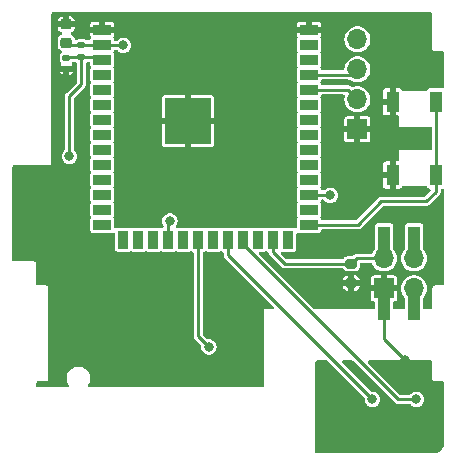
<source format=gbr>
%TF.GenerationSoftware,KiCad,Pcbnew,7.0.8*%
%TF.CreationDate,2023-10-28T23:27:17-04:00*%
%TF.ProjectId,AmazonBasicsSecureFrontend,416d617a-6f6e-4426-9173-696373536563,rev?*%
%TF.SameCoordinates,Original*%
%TF.FileFunction,Copper,L1,Top*%
%TF.FilePolarity,Positive*%
%FSLAX46Y46*%
G04 Gerber Fmt 4.6, Leading zero omitted, Abs format (unit mm)*
G04 Created by KiCad (PCBNEW 7.0.8) date 2023-10-28 23:27:17*
%MOMM*%
%LPD*%
G01*
G04 APERTURE LIST*
G04 Aperture macros list*
%AMRoundRect*
0 Rectangle with rounded corners*
0 $1 Rounding radius*
0 $2 $3 $4 $5 $6 $7 $8 $9 X,Y pos of 4 corners*
0 Add a 4 corners polygon primitive as box body*
4,1,4,$2,$3,$4,$5,$6,$7,$8,$9,$2,$3,0*
0 Add four circle primitives for the rounded corners*
1,1,$1+$1,$2,$3*
1,1,$1+$1,$4,$5*
1,1,$1+$1,$6,$7*
1,1,$1+$1,$8,$9*
0 Add four rect primitives between the rounded corners*
20,1,$1+$1,$2,$3,$4,$5,0*
20,1,$1+$1,$4,$5,$6,$7,0*
20,1,$1+$1,$6,$7,$8,$9,0*
20,1,$1+$1,$8,$9,$2,$3,0*%
G04 Aperture macros list end*
%TA.AperFunction,SMDPad,CuDef*%
%ADD10R,1.000000X3.000000*%
%TD*%
%TA.AperFunction,SMDPad,CuDef*%
%ADD11RoundRect,0.225000X0.250000X-0.225000X0.250000X0.225000X-0.250000X0.225000X-0.250000X-0.225000X0*%
%TD*%
%TA.AperFunction,SMDPad,CuDef*%
%ADD12RoundRect,0.140000X-0.170000X0.140000X-0.170000X-0.140000X0.170000X-0.140000X0.170000X0.140000X0*%
%TD*%
%TA.AperFunction,SMDPad,CuDef*%
%ADD13RoundRect,0.200000X-0.275000X0.200000X-0.275000X-0.200000X0.275000X-0.200000X0.275000X0.200000X0*%
%TD*%
%TA.AperFunction,ComponentPad*%
%ADD14R,1.700000X1.700000*%
%TD*%
%TA.AperFunction,ComponentPad*%
%ADD15O,1.700000X1.700000*%
%TD*%
%TA.AperFunction,SMDPad,CuDef*%
%ADD16R,1.500000X0.900000*%
%TD*%
%TA.AperFunction,SMDPad,CuDef*%
%ADD17R,0.900000X1.500000*%
%TD*%
%TA.AperFunction,HeatsinkPad*%
%ADD18C,0.600000*%
%TD*%
%TA.AperFunction,SMDPad,CuDef*%
%ADD19R,3.900000X3.900000*%
%TD*%
%TA.AperFunction,SMDPad,CuDef*%
%ADD20RoundRect,0.135000X0.185000X-0.135000X0.185000X0.135000X-0.185000X0.135000X-0.185000X-0.135000X0*%
%TD*%
%TA.AperFunction,SMDPad,CuDef*%
%ADD21R,1.100000X1.800000*%
%TD*%
%TA.AperFunction,ViaPad*%
%ADD22C,0.800000*%
%TD*%
%TA.AperFunction,Conductor*%
%ADD23C,0.250000*%
%TD*%
G04 APERTURE END LIST*
D10*
%TO.P,REF\u002A\u002A,1*%
%TO.N,N/C*%
X135870000Y-111506000D03*
%TO.P,REF\u002A\u002A,2*%
X135870000Y-106466000D03*
%TO.P,REF\u002A\u002A,3*%
X133330000Y-111506000D03*
%TO.P,REF\u002A\u002A,4*%
X133330000Y-106466000D03*
%TD*%
D11*
%TO.P,REF\u002A\u002A,1*%
%TO.N,+3V3*%
X106426000Y-89421000D03*
%TO.P,REF\u002A\u002A,2*%
%TO.N,GND*%
X106426000Y-87871000D03*
%TD*%
D12*
%TO.P,C1,1*%
%TO.N,RST*%
X106426000Y-90706000D03*
%TO.P,C1,2*%
%TO.N,GND*%
X106426000Y-91666000D03*
%TD*%
D13*
%TO.P,R2,1*%
%TO.N,3W*%
X130556000Y-108141000D03*
%TO.P,R2,2*%
%TO.N,GND*%
X130556000Y-109791000D03*
%TD*%
D14*
%TO.P,J1,1,Pin_1*%
%TO.N,GND*%
X131064000Y-96774000D03*
D15*
%TO.P,J1,2,Pin_2*%
%TO.N,RX*%
X131064000Y-94234000D03*
%TO.P,J1,3,Pin_3*%
%TO.N,TX*%
X131064000Y-91694000D03*
%TO.P,J1,4,Pin_4*%
%TO.N,+3V3*%
X131064000Y-89154000D03*
%TD*%
D16*
%TO.P,U1,1,GND*%
%TO.N,GND*%
X109460000Y-88354000D03*
%TO.P,U1,2,VCC*%
%TO.N,+3V3*%
X109460000Y-89624000D03*
%TO.P,U1,3,EN*%
%TO.N,RST*%
X109460000Y-90894000D03*
%TO.P,U1,4,IO4*%
%TO.N,unconnected-(U1-IO4-Pad4)*%
X109460000Y-92164000D03*
%TO.P,U1,5,IO5*%
%TO.N,unconnected-(U1-IO5-Pad5)*%
X109460000Y-93434000D03*
%TO.P,U1,6,IO6*%
%TO.N,unconnected-(U1-IO6-Pad6)*%
X109460000Y-94704000D03*
%TO.P,U1,7,IO7*%
%TO.N,unconnected-(U1-IO7-Pad7)*%
X109460000Y-95974000D03*
%TO.P,U1,8,IO15*%
%TO.N,unconnected-(U1-IO15-Pad8)*%
X109460000Y-97244000D03*
%TO.P,U1,9,IO16*%
%TO.N,unconnected-(U1-IO16-Pad9)*%
X109460000Y-98514000D03*
%TO.P,U1,10,IO17*%
%TO.N,unconnected-(U1-IO17-Pad10)*%
X109460000Y-99784000D03*
%TO.P,U1,11,IO18*%
%TO.N,unconnected-(U1-IO18-Pad11)*%
X109460000Y-101054000D03*
%TO.P,U1,12,IO8*%
%TO.N,unconnected-(U1-IO8-Pad12)*%
X109460000Y-102324000D03*
%TO.P,U1,13,IO19*%
%TO.N,unconnected-(U1-IO19-Pad13)*%
X109460000Y-103594000D03*
%TO.P,U1,14,IO20*%
%TO.N,unconnected-(U1-IO20-Pad14)*%
X109460000Y-104864000D03*
D17*
%TO.P,U1,15,IO3*%
%TO.N,unconnected-(U1-IO3-Pad15)*%
X111225000Y-106114000D03*
%TO.P,U1,16,IO46*%
%TO.N,unconnected-(U1-IO46-Pad16)*%
X112495000Y-106114000D03*
%TO.P,U1,17,IO9*%
%TO.N,unconnected-(U1-IO9-Pad17)*%
X113765000Y-106114000D03*
%TO.P,U1,18,IO10*%
%TO.N,SW_MAIN*%
X115035000Y-106114000D03*
%TO.P,U1,19,IO11*%
%TO.N,unconnected-(U1-IO11-Pad19)*%
X116305000Y-106114000D03*
%TO.P,U1,20,IO12*%
%TO.N,LED_IN*%
X117575000Y-106114000D03*
%TO.P,U1,21,IO13*%
%TO.N,unconnected-(U1-IO13-Pad21)*%
X118845000Y-106114000D03*
%TO.P,U1,22,IO14*%
%TO.N,SCL*%
X120115000Y-106114000D03*
%TO.P,U1,23,IO21*%
%TO.N,SDA*%
X121385000Y-106114000D03*
%TO.P,U1,24,IO33*%
%TO.N,unconnected-(U1-IO33-Pad24)*%
X122655000Y-106114000D03*
%TO.P,U1,25,IO34*%
%TO.N,3W*%
X123925000Y-106114000D03*
%TO.P,U1,26,IO45*%
%TO.N,unconnected-(U1-IO45-Pad26)*%
X125195000Y-106114000D03*
D16*
%TO.P,U1,27,IO0*%
%TO.N,BOOT*%
X126960000Y-104864000D03*
%TO.P,U1,28,IO35*%
%TO.N,unconnected-(U1-IO35-Pad28)*%
X126960000Y-103594000D03*
%TO.P,U1,29,IO36*%
%TO.N,RELAY*%
X126960000Y-102324000D03*
%TO.P,U1,30,IO37*%
%TO.N,unconnected-(U1-IO37-Pad30)*%
X126960000Y-101054000D03*
%TO.P,U1,31,IO38*%
%TO.N,unconnected-(U1-IO38-Pad31)*%
X126960000Y-99784000D03*
%TO.P,U1,32,IO39*%
%TO.N,unconnected-(U1-IO39-Pad32)*%
X126960000Y-98514000D03*
%TO.P,U1,33,IO40*%
%TO.N,unconnected-(U1-IO40-Pad33)*%
X126960000Y-97244000D03*
%TO.P,U1,34,IO41*%
%TO.N,unconnected-(U1-IO41-Pad34)*%
X126960000Y-95974000D03*
%TO.P,U1,35,IO42*%
%TO.N,unconnected-(U1-IO42-Pad35)*%
X126960000Y-94704000D03*
%TO.P,U1,36,RX*%
%TO.N,RX*%
X126960000Y-93434000D03*
%TO.P,U1,37,TX*%
%TO.N,TX*%
X126960000Y-92164000D03*
%TO.P,U1,38,IO2*%
%TO.N,unconnected-(U1-IO2-Pad38)*%
X126960000Y-90894000D03*
%TO.P,U1,39,IO1*%
%TO.N,unconnected-(U1-IO1-Pad39)*%
X126960000Y-89624000D03*
%TO.P,U1,40,GND*%
%TO.N,GND*%
X126960000Y-88354000D03*
D18*
%TO.P,U1,41,EPAD*%
X115310000Y-95374000D03*
X115310000Y-96774000D03*
X116010000Y-94674000D03*
X116010000Y-96074000D03*
X116010000Y-97474000D03*
X116710000Y-95374000D03*
D19*
X116710000Y-96074000D03*
D18*
X116710000Y-96774000D03*
X117410000Y-94674000D03*
X117410000Y-96074000D03*
X117410000Y-97474000D03*
X118110000Y-95374000D03*
X118110000Y-96774000D03*
%TD*%
D20*
%TO.P,R1,1*%
%TO.N,RST*%
X107696000Y-90680000D03*
%TO.P,R1,2*%
%TO.N,+3V3*%
X107696000Y-89660000D03*
%TD*%
D21*
%TO.P,SW2,1,1*%
%TO.N,GND*%
X134040000Y-100636000D03*
X134040000Y-94436000D03*
%TO.P,SW2,2,2*%
%TO.N,BOOT*%
X137740000Y-100636000D03*
X137740000Y-94436000D03*
%TD*%
D14*
%TO.P,J2,1,Pin_1*%
%TO.N,GND*%
X133310000Y-110236000D03*
D15*
%TO.P,J2,2,Pin_2*%
%TO.N,+3V3*%
X135850000Y-110236000D03*
%TO.P,J2,3,Pin_3*%
%TO.N,3W*%
X133310000Y-107696000D03*
%TO.P,J2,4,Pin_4*%
%TO.N,RELAY*%
X135850000Y-107696000D03*
%TD*%
D22*
%TO.N,GND*%
X130683000Y-120015000D03*
X133350000Y-122936000D03*
X136398000Y-87884000D03*
X128778000Y-87757000D03*
X128905000Y-90678000D03*
X133223000Y-91948000D03*
X129032000Y-94869000D03*
X132080000Y-102235000D03*
X133731000Y-104013000D03*
X128397000Y-106045000D03*
X122301000Y-103505000D03*
X120523000Y-100838000D03*
X122301000Y-90043000D03*
X120396000Y-88646000D03*
X111506000Y-90932000D03*
X107696000Y-94615000D03*
X105918000Y-93091000D03*
X108077000Y-106299000D03*
X116662200Y-107645200D03*
X118745000Y-117221000D03*
X136906000Y-116840000D03*
X134874000Y-117729000D03*
X137160000Y-122682000D03*
X128778000Y-122809000D03*
X128397000Y-117221000D03*
%TO.N,SW_MAIN*%
X115189000Y-104521000D03*
%TO.N,GND*%
X120269000Y-114300000D03*
%TO.N,LED_IN*%
X118491000Y-115189000D03*
%TO.N,GND*%
X130302000Y-103632000D03*
%TO.N,RELAY*%
X128778000Y-102362000D03*
%TO.N,GND*%
X112522000Y-103632000D03*
X118872000Y-109982000D03*
X122428000Y-111379000D03*
X126238000Y-109474000D03*
X135128000Y-116332000D03*
%TO.N,+3V3*%
X111252000Y-89662000D03*
%TO.N,SCL*%
X132334000Y-119634000D03*
%TO.N,SDA*%
X136053000Y-119634000D03*
%TO.N,RST*%
X106680000Y-99060000D03*
%TD*%
D23*
%TO.N,SW_MAIN*%
X115035000Y-104675000D02*
X115189000Y-104521000D01*
X115035000Y-106114000D02*
X115035000Y-104675000D01*
%TO.N,LED_IN*%
X118491000Y-115189000D02*
X117575000Y-114273000D01*
X117575000Y-114273000D02*
X117575000Y-106114000D01*
%TO.N,BOOT*%
X126960000Y-104864000D02*
X131102000Y-104864000D01*
X131102000Y-104864000D02*
X133096000Y-102870000D01*
X133096000Y-102870000D02*
X136906000Y-102870000D01*
X136906000Y-102870000D02*
X137740000Y-102036000D01*
X137740000Y-102036000D02*
X137740000Y-100636000D01*
%TO.N,RELAY*%
X128740000Y-102324000D02*
X128778000Y-102362000D01*
X126960000Y-102324000D02*
X128740000Y-102324000D01*
%TO.N,3W*%
X123925000Y-106114000D02*
X123925000Y-107161000D01*
X123925000Y-107161000D02*
X124905000Y-108141000D01*
X124905000Y-108141000D02*
X130556000Y-108141000D01*
%TO.N,SDA*%
X136053000Y-119634000D02*
X134515380Y-119634000D01*
X134515380Y-119634000D02*
X121385000Y-106503620D01*
X121385000Y-106503620D02*
X121385000Y-106114000D01*
%TO.N,SCL*%
X132334000Y-119634000D02*
X120115000Y-107415000D01*
X120115000Y-107415000D02*
X120115000Y-106114000D01*
%TO.N,unconnected-(U1-IO16-Pad9)*%
X109498000Y-98552000D02*
X109460000Y-98514000D01*
%TO.N,GND*%
X135128000Y-116332000D02*
X133310000Y-114514000D01*
X133310000Y-114514000D02*
X133310000Y-110236000D01*
%TO.N,BOOT*%
X137740000Y-100636000D02*
X137740000Y-94436000D01*
%TO.N,+3V3*%
X111252000Y-89662000D02*
X109498000Y-89662000D01*
X107732000Y-89624000D02*
X107696000Y-89660000D01*
X109498000Y-89662000D02*
X109460000Y-89624000D01*
X109460000Y-89624000D02*
X107732000Y-89624000D01*
X106665000Y-89660000D02*
X106426000Y-89421000D01*
X107696000Y-89660000D02*
X106665000Y-89660000D01*
%TO.N,SDA*%
X136053000Y-119634000D02*
X136053000Y-119543000D01*
%TO.N,3W*%
X131001000Y-107696000D02*
X130556000Y-108141000D01*
X133310000Y-107696000D02*
X131001000Y-107696000D01*
%TO.N,RST*%
X107696000Y-90680000D02*
X109246000Y-90680000D01*
X107696000Y-90680000D02*
X107696000Y-92964000D01*
X106680000Y-93980000D02*
X106680000Y-99060000D01*
X109246000Y-90680000D02*
X109460000Y-90894000D01*
X107696000Y-92964000D02*
X106680000Y-93980000D01*
X106452000Y-90680000D02*
X106426000Y-90706000D01*
X107696000Y-90680000D02*
X106452000Y-90680000D01*
%TO.N,unconnected-(U1-IO18-Pad11)*%
X109498000Y-101092000D02*
X109460000Y-101054000D01*
%TO.N,RX*%
X130264000Y-93434000D02*
X131064000Y-94234000D01*
X126960000Y-93434000D02*
X130264000Y-93434000D01*
%TO.N,TX*%
X126960000Y-92164000D02*
X130594000Y-92164000D01*
X130594000Y-92164000D02*
X131064000Y-91694000D01*
%TD*%
%TA.AperFunction,Conductor*%
%TO.N,GND*%
G36*
X137360539Y-86883685D02*
G01*
X137406294Y-86936489D01*
X137417500Y-86988000D01*
X137417500Y-89879114D01*
X137415117Y-89903306D01*
X137412592Y-89915999D01*
X137412592Y-89916000D01*
X137416688Y-89936591D01*
X137416689Y-89936597D01*
X137432032Y-90013736D01*
X137432033Y-90013739D01*
X137432034Y-90013740D01*
X137487399Y-90096601D01*
X137570260Y-90151966D01*
X137602840Y-90158446D01*
X137667998Y-90171408D01*
X137668000Y-90171408D01*
X137668001Y-90171408D01*
X137680694Y-90168883D01*
X137704886Y-90166500D01*
X138309500Y-90166500D01*
X138376539Y-90186185D01*
X138422294Y-90238989D01*
X138433500Y-90290500D01*
X138433500Y-93161500D01*
X138413815Y-93228539D01*
X138361011Y-93274294D01*
X138309500Y-93285500D01*
X137165323Y-93285500D01*
X137092264Y-93300032D01*
X137092260Y-93300033D01*
X137009399Y-93355399D01*
X136954033Y-93438260D01*
X136949360Y-93449544D01*
X136947798Y-93448897D01*
X136922062Y-93498100D01*
X136861347Y-93532676D01*
X136832828Y-93536000D01*
X134946662Y-93536000D01*
X134879623Y-93516315D01*
X134833868Y-93463511D01*
X134826773Y-93441542D01*
X134825494Y-93438455D01*
X134770239Y-93355760D01*
X134687544Y-93300505D01*
X134687540Y-93300503D01*
X134614627Y-93286000D01*
X134290000Y-93286000D01*
X134290000Y-95586000D01*
X134466000Y-95586000D01*
X134533039Y-95605685D01*
X134578794Y-95658489D01*
X134590000Y-95710000D01*
X134590000Y-96536000D01*
X137240500Y-96536000D01*
X137307539Y-96555685D01*
X137353294Y-96608489D01*
X137364500Y-96660000D01*
X137364500Y-98412000D01*
X137344815Y-98479039D01*
X137292011Y-98524794D01*
X137240500Y-98536000D01*
X134590000Y-98536000D01*
X134590000Y-99362000D01*
X134570315Y-99429039D01*
X134517511Y-99474794D01*
X134466000Y-99486000D01*
X134290000Y-99486000D01*
X134290000Y-101786000D01*
X134614626Y-101786000D01*
X134614628Y-101785999D01*
X134687540Y-101771496D01*
X134687544Y-101771494D01*
X134770239Y-101716239D01*
X134825494Y-101633544D01*
X134830170Y-101622259D01*
X134831784Y-101622927D01*
X134857426Y-101573902D01*
X134918140Y-101539325D01*
X134946662Y-101536000D01*
X136832828Y-101536000D01*
X136899867Y-101555685D01*
X136945622Y-101608489D01*
X136952867Y-101630924D01*
X136954033Y-101633739D01*
X136954034Y-101633740D01*
X137009399Y-101716601D01*
X137071192Y-101757889D01*
X137092260Y-101771966D01*
X137092264Y-101771967D01*
X137161635Y-101785765D01*
X137165326Y-101786500D01*
X137165336Y-101786500D01*
X137171254Y-101787083D01*
X137236044Y-101813237D01*
X137276408Y-101870268D01*
X137279532Y-101940068D01*
X137246793Y-101998168D01*
X136786781Y-102458181D01*
X136725458Y-102491666D01*
X136699100Y-102494500D01*
X133147803Y-102494500D01*
X133122358Y-102491861D01*
X133111732Y-102489633D01*
X133111729Y-102489633D01*
X133076507Y-102494023D01*
X133068831Y-102494500D01*
X133064886Y-102494500D01*
X133047615Y-102497381D01*
X133041858Y-102498342D01*
X132987370Y-102505134D01*
X132979857Y-102507371D01*
X132972387Y-102509936D01*
X132924122Y-102536055D01*
X132874792Y-102560171D01*
X132868375Y-102564753D01*
X132862175Y-102569579D01*
X132824992Y-102609970D01*
X130982781Y-104452181D01*
X130921458Y-104485666D01*
X130895100Y-104488500D01*
X128081991Y-104488500D01*
X128014952Y-104468815D01*
X127969197Y-104416011D01*
X127960374Y-104388691D01*
X127945967Y-104316264D01*
X127945966Y-104316261D01*
X127945966Y-104316260D01*
X127933691Y-104297889D01*
X127912814Y-104231214D01*
X127931298Y-104163834D01*
X127933692Y-104160109D01*
X127945966Y-104141740D01*
X127960500Y-104068674D01*
X127960500Y-103119326D01*
X127960500Y-103119323D01*
X127960499Y-103119321D01*
X127945967Y-103046264D01*
X127945966Y-103046261D01*
X127945966Y-103046260D01*
X127933691Y-103027889D01*
X127912814Y-102961214D01*
X127931298Y-102893834D01*
X127933692Y-102890109D01*
X127945966Y-102871740D01*
X127960374Y-102799309D01*
X127992759Y-102737398D01*
X128053474Y-102702824D01*
X128081991Y-102699500D01*
X128155462Y-102699500D01*
X128222501Y-102719185D01*
X128257511Y-102753059D01*
X128287517Y-102796530D01*
X128405760Y-102901283D01*
X128405762Y-102901284D01*
X128545634Y-102974696D01*
X128699014Y-103012500D01*
X128699015Y-103012500D01*
X128856985Y-103012500D01*
X129010365Y-102974696D01*
X129040271Y-102959000D01*
X129150240Y-102901283D01*
X129268483Y-102796530D01*
X129358220Y-102666523D01*
X129414237Y-102518818D01*
X129433278Y-102362000D01*
X129423262Y-102279506D01*
X129414237Y-102205181D01*
X129392992Y-102149164D01*
X129358220Y-102057477D01*
X129268483Y-101927470D01*
X129150240Y-101822717D01*
X129150238Y-101822716D01*
X129150237Y-101822715D01*
X129010365Y-101749303D01*
X128856986Y-101711500D01*
X128856985Y-101711500D01*
X128699015Y-101711500D01*
X128699014Y-101711500D01*
X128545634Y-101749303D01*
X128405762Y-101822715D01*
X128376441Y-101848691D01*
X128306673Y-101910500D01*
X128298979Y-101917316D01*
X128235745Y-101947037D01*
X128216752Y-101948500D01*
X128081991Y-101948500D01*
X128014952Y-101928815D01*
X127969197Y-101876011D01*
X127960374Y-101848691D01*
X127945967Y-101776264D01*
X127945966Y-101776261D01*
X127945966Y-101776260D01*
X127933691Y-101757889D01*
X127912814Y-101691214D01*
X127931298Y-101623834D01*
X127933692Y-101620109D01*
X127945966Y-101601740D01*
X127960500Y-101528674D01*
X127960500Y-100886000D01*
X133240000Y-100886000D01*
X133240000Y-101560628D01*
X133254503Y-101633540D01*
X133254505Y-101633544D01*
X133309760Y-101716239D01*
X133392455Y-101771494D01*
X133392459Y-101771496D01*
X133465371Y-101785999D01*
X133465374Y-101786000D01*
X133790000Y-101786000D01*
X133790000Y-100886000D01*
X133240000Y-100886000D01*
X127960500Y-100886000D01*
X127960500Y-100579326D01*
X127960500Y-100579323D01*
X127960499Y-100579321D01*
X127945967Y-100506264D01*
X127945966Y-100506261D01*
X127945966Y-100506260D01*
X127933691Y-100487889D01*
X127912814Y-100421214D01*
X127922474Y-100386000D01*
X133240000Y-100386000D01*
X133790000Y-100386000D01*
X133790000Y-99486000D01*
X133465373Y-99486000D01*
X133392459Y-99500503D01*
X133392455Y-99500505D01*
X133309760Y-99555760D01*
X133254505Y-99638455D01*
X133254503Y-99638459D01*
X133240000Y-99711371D01*
X133240000Y-100386000D01*
X127922474Y-100386000D01*
X127931298Y-100353834D01*
X127933692Y-100350109D01*
X127945966Y-100331740D01*
X127960500Y-100258674D01*
X127960500Y-99309326D01*
X127960500Y-99309323D01*
X127960499Y-99309321D01*
X127945967Y-99236264D01*
X127945966Y-99236261D01*
X127945966Y-99236260D01*
X127933691Y-99217889D01*
X127912814Y-99151214D01*
X127931298Y-99083834D01*
X127933692Y-99080109D01*
X127945966Y-99061740D01*
X127960500Y-98988674D01*
X127960500Y-98039326D01*
X127960500Y-98039323D01*
X127960499Y-98039321D01*
X127945967Y-97966264D01*
X127945966Y-97966261D01*
X127945966Y-97966260D01*
X127933691Y-97947889D01*
X127912814Y-97881214D01*
X127931298Y-97813834D01*
X127933692Y-97810109D01*
X127945966Y-97791740D01*
X127960500Y-97718674D01*
X127960500Y-97648628D01*
X129964000Y-97648628D01*
X129978503Y-97721540D01*
X129978505Y-97721544D01*
X130033760Y-97804239D01*
X130116455Y-97859494D01*
X130116459Y-97859496D01*
X130189371Y-97873999D01*
X130189374Y-97874000D01*
X130814000Y-97874000D01*
X130814000Y-97209501D01*
X130921685Y-97258680D01*
X131028237Y-97274000D01*
X131099763Y-97274000D01*
X131206315Y-97258680D01*
X131314000Y-97209501D01*
X131314000Y-97874000D01*
X131938626Y-97874000D01*
X131938628Y-97873999D01*
X132011540Y-97859496D01*
X132011544Y-97859494D01*
X132094239Y-97804239D01*
X132149494Y-97721544D01*
X132149496Y-97721540D01*
X132163999Y-97648628D01*
X132164000Y-97648626D01*
X132164000Y-97024000D01*
X131497686Y-97024000D01*
X131523493Y-96983844D01*
X131564000Y-96845889D01*
X131564000Y-96702111D01*
X131523493Y-96564156D01*
X131497686Y-96524000D01*
X132164000Y-96524000D01*
X132164000Y-95899373D01*
X132163999Y-95899371D01*
X132149496Y-95826459D01*
X132149494Y-95826455D01*
X132094239Y-95743760D01*
X132011544Y-95688505D01*
X132011540Y-95688503D01*
X131938627Y-95674000D01*
X131314000Y-95674000D01*
X131314000Y-96338498D01*
X131206315Y-96289320D01*
X131099763Y-96274000D01*
X131028237Y-96274000D01*
X130921685Y-96289320D01*
X130814000Y-96338498D01*
X130814000Y-95674000D01*
X130189373Y-95674000D01*
X130116459Y-95688503D01*
X130116455Y-95688505D01*
X130033760Y-95743760D01*
X129978505Y-95826455D01*
X129978503Y-95826459D01*
X129964000Y-95899371D01*
X129964000Y-96524000D01*
X130630314Y-96524000D01*
X130604507Y-96564156D01*
X130564000Y-96702111D01*
X130564000Y-96845889D01*
X130604507Y-96983844D01*
X130630314Y-97024000D01*
X129964000Y-97024000D01*
X129964000Y-97648628D01*
X127960500Y-97648628D01*
X127960500Y-96769326D01*
X127960500Y-96769323D01*
X127960499Y-96769321D01*
X127945967Y-96696264D01*
X127945966Y-96696261D01*
X127945966Y-96696260D01*
X127933691Y-96677889D01*
X127912814Y-96611214D01*
X127931298Y-96543834D01*
X127933692Y-96540109D01*
X127945966Y-96521740D01*
X127960500Y-96448674D01*
X127960500Y-95499326D01*
X127960500Y-95499323D01*
X127960499Y-95499321D01*
X127945967Y-95426264D01*
X127945966Y-95426261D01*
X127945966Y-95426260D01*
X127933691Y-95407889D01*
X127912814Y-95341214D01*
X127931298Y-95273834D01*
X127933692Y-95270109D01*
X127945966Y-95251740D01*
X127960500Y-95178674D01*
X127960500Y-94229326D01*
X127960500Y-94229323D01*
X127960499Y-94229321D01*
X127945967Y-94156264D01*
X127945966Y-94156261D01*
X127945966Y-94156260D01*
X127933691Y-94137889D01*
X127912814Y-94071214D01*
X127931298Y-94003834D01*
X127933692Y-94000109D01*
X127945966Y-93981740D01*
X127945967Y-93981735D01*
X127960374Y-93909309D01*
X127992759Y-93847398D01*
X128053474Y-93812824D01*
X128081991Y-93809500D01*
X129876400Y-93809500D01*
X129943439Y-93829185D01*
X129989194Y-93881989D01*
X129999138Y-93951147D01*
X129995667Y-93967426D01*
X129989884Y-93987755D01*
X129977602Y-94030918D01*
X129958785Y-94233999D01*
X129958785Y-94234000D01*
X129977602Y-94437082D01*
X130033417Y-94633247D01*
X130033422Y-94633260D01*
X130124327Y-94815821D01*
X130247237Y-94978581D01*
X130397958Y-95115980D01*
X130397960Y-95115982D01*
X130485046Y-95169903D01*
X130571363Y-95223348D01*
X130761544Y-95297024D01*
X130962024Y-95334500D01*
X130962026Y-95334500D01*
X131165974Y-95334500D01*
X131165976Y-95334500D01*
X131366456Y-95297024D01*
X131556637Y-95223348D01*
X131730041Y-95115981D01*
X131880764Y-94978579D01*
X132003673Y-94815821D01*
X132068316Y-94686000D01*
X133240000Y-94686000D01*
X133240000Y-95360628D01*
X133254503Y-95433540D01*
X133254505Y-95433544D01*
X133309760Y-95516239D01*
X133392455Y-95571494D01*
X133392459Y-95571496D01*
X133465371Y-95585999D01*
X133465374Y-95586000D01*
X133790000Y-95586000D01*
X133790000Y-94686000D01*
X133240000Y-94686000D01*
X132068316Y-94686000D01*
X132094582Y-94633250D01*
X132150397Y-94437083D01*
X132169215Y-94234000D01*
X132168781Y-94229321D01*
X132164767Y-94186000D01*
X133240000Y-94186000D01*
X133790000Y-94186000D01*
X133790000Y-93286000D01*
X133465373Y-93286000D01*
X133392459Y-93300503D01*
X133392455Y-93300505D01*
X133309760Y-93355760D01*
X133254505Y-93438455D01*
X133254503Y-93438459D01*
X133240000Y-93511371D01*
X133240000Y-94186000D01*
X132164767Y-94186000D01*
X132150397Y-94030917D01*
X132136403Y-93981735D01*
X132094582Y-93834750D01*
X132083664Y-93812824D01*
X132027443Y-93699916D01*
X132003673Y-93652179D01*
X131913429Y-93532676D01*
X131880762Y-93489418D01*
X131730041Y-93352019D01*
X131730039Y-93352017D01*
X131556642Y-93244655D01*
X131556635Y-93244651D01*
X131411701Y-93188504D01*
X131366456Y-93170976D01*
X131165976Y-93133500D01*
X130962024Y-93133500D01*
X130812236Y-93161500D01*
X130761538Y-93170977D01*
X130676521Y-93203913D01*
X130606898Y-93209775D01*
X130553120Y-93181282D01*
X130552192Y-93182475D01*
X130545414Y-93177200D01*
X130545158Y-93177064D01*
X130544903Y-93176801D01*
X130516074Y-93154363D01*
X130510310Y-93149272D01*
X130507515Y-93146477D01*
X130488505Y-93132906D01*
X130486309Y-93131197D01*
X130480645Y-93126788D01*
X130445189Y-93099190D01*
X130438274Y-93095448D01*
X130431200Y-93091990D01*
X130378596Y-93076329D01*
X130326658Y-93058499D01*
X130318923Y-93057208D01*
X130311085Y-93056231D01*
X130256244Y-93058500D01*
X128081991Y-93058500D01*
X128014952Y-93038815D01*
X127969197Y-92986011D01*
X127960374Y-92958691D01*
X127945967Y-92886264D01*
X127945966Y-92886261D01*
X127945966Y-92886260D01*
X127933691Y-92867889D01*
X127912814Y-92801214D01*
X127931298Y-92733834D01*
X127933692Y-92730109D01*
X127945966Y-92711740D01*
X127951614Y-92683348D01*
X127960374Y-92639309D01*
X127992759Y-92577398D01*
X128053474Y-92542824D01*
X128081991Y-92539500D01*
X130309903Y-92539500D01*
X130376942Y-92559185D01*
X130393440Y-92571862D01*
X130397956Y-92575979D01*
X130397958Y-92575980D01*
X130397959Y-92575981D01*
X130571363Y-92683348D01*
X130761544Y-92757024D01*
X130962024Y-92794500D01*
X130962026Y-92794500D01*
X131165974Y-92794500D01*
X131165976Y-92794500D01*
X131366456Y-92757024D01*
X131556637Y-92683348D01*
X131730041Y-92575981D01*
X131880764Y-92438579D01*
X132003673Y-92275821D01*
X132094582Y-92093250D01*
X132150397Y-91897083D01*
X132169215Y-91694000D01*
X132168781Y-91689321D01*
X132150397Y-91490917D01*
X132125660Y-91403977D01*
X132094582Y-91294750D01*
X132094159Y-91293901D01*
X132027481Y-91159993D01*
X132003673Y-91112179D01*
X131944704Y-91034091D01*
X131880762Y-90949418D01*
X131730041Y-90812019D01*
X131730039Y-90812017D01*
X131556642Y-90704655D01*
X131556635Y-90704651D01*
X131461546Y-90667814D01*
X131366456Y-90630976D01*
X131165976Y-90593500D01*
X130962024Y-90593500D01*
X130761544Y-90630976D01*
X130761541Y-90630976D01*
X130761541Y-90630977D01*
X130571364Y-90704651D01*
X130571357Y-90704655D01*
X130397960Y-90812017D01*
X130397958Y-90812019D01*
X130247237Y-90949418D01*
X130124327Y-91112178D01*
X130033422Y-91294739D01*
X130033417Y-91294752D01*
X129977602Y-91490918D01*
X129960458Y-91675941D01*
X129934672Y-91740878D01*
X129877871Y-91781566D01*
X129836987Y-91788500D01*
X128081991Y-91788500D01*
X128014952Y-91768815D01*
X127969197Y-91716011D01*
X127960374Y-91688691D01*
X127945967Y-91616264D01*
X127945966Y-91616261D01*
X127945966Y-91616260D01*
X127933691Y-91597889D01*
X127912814Y-91531214D01*
X127931298Y-91463834D01*
X127933692Y-91460109D01*
X127945966Y-91441740D01*
X127960500Y-91368674D01*
X127960500Y-90419326D01*
X127960500Y-90419323D01*
X127960499Y-90419321D01*
X127945967Y-90346264D01*
X127945966Y-90346261D01*
X127945966Y-90346260D01*
X127933691Y-90327889D01*
X127912814Y-90261214D01*
X127931298Y-90193834D01*
X127933692Y-90190109D01*
X127945966Y-90171740D01*
X127960500Y-90098674D01*
X127960500Y-89154000D01*
X129958785Y-89154000D01*
X129977602Y-89357082D01*
X130033417Y-89553247D01*
X130033422Y-89553260D01*
X130124327Y-89735821D01*
X130247237Y-89898581D01*
X130397958Y-90035980D01*
X130397960Y-90035982D01*
X130452635Y-90069835D01*
X130571363Y-90143348D01*
X130761544Y-90217024D01*
X130962024Y-90254500D01*
X130962026Y-90254500D01*
X131165974Y-90254500D01*
X131165976Y-90254500D01*
X131366456Y-90217024D01*
X131556637Y-90143348D01*
X131730041Y-90035981D01*
X131880764Y-89898579D01*
X132003673Y-89735821D01*
X132094582Y-89553250D01*
X132150397Y-89357083D01*
X132169215Y-89154000D01*
X132168890Y-89150498D01*
X132150397Y-88950917D01*
X132142596Y-88923500D01*
X132094582Y-88754750D01*
X132094489Y-88754564D01*
X132044702Y-88654577D01*
X132003673Y-88572179D01*
X131880764Y-88409421D01*
X131880762Y-88409418D01*
X131730041Y-88272019D01*
X131730039Y-88272017D01*
X131556642Y-88164655D01*
X131556635Y-88164651D01*
X131400075Y-88104000D01*
X131366456Y-88090976D01*
X131165976Y-88053500D01*
X130962024Y-88053500D01*
X130761544Y-88090976D01*
X130761541Y-88090976D01*
X130761541Y-88090977D01*
X130571364Y-88164651D01*
X130571357Y-88164655D01*
X130397960Y-88272017D01*
X130397958Y-88272019D01*
X130247237Y-88409418D01*
X130124327Y-88572178D01*
X130033422Y-88754739D01*
X130033417Y-88754752D01*
X129977602Y-88950917D01*
X129958785Y-89153999D01*
X129958785Y-89154000D01*
X127960500Y-89154000D01*
X127960500Y-89149326D01*
X127960500Y-89149323D01*
X127960499Y-89149321D01*
X127945967Y-89076264D01*
X127945966Y-89076262D01*
X127945966Y-89076260D01*
X127945964Y-89076258D01*
X127945964Y-89076256D01*
X127933391Y-89057439D01*
X127912513Y-88990762D01*
X127930998Y-88923382D01*
X127933392Y-88919656D01*
X127945496Y-88901541D01*
X127945496Y-88901540D01*
X127959999Y-88828628D01*
X127960000Y-88828626D01*
X127960000Y-88604000D01*
X125960000Y-88604000D01*
X125960000Y-88828628D01*
X125974503Y-88901540D01*
X125974505Y-88901544D01*
X125986608Y-88919658D01*
X126007486Y-88986336D01*
X125989001Y-89053716D01*
X125986610Y-89057437D01*
X125974034Y-89076258D01*
X125974032Y-89076264D01*
X125959500Y-89149321D01*
X125959500Y-90098678D01*
X125974032Y-90171735D01*
X125974033Y-90171738D01*
X125974033Y-90171739D01*
X125974034Y-90171740D01*
X125976547Y-90175501D01*
X125986309Y-90190111D01*
X126007185Y-90256789D01*
X125988699Y-90324169D01*
X125986309Y-90327889D01*
X125974033Y-90346261D01*
X125974032Y-90346264D01*
X125959500Y-90419321D01*
X125959500Y-91368678D01*
X125974032Y-91441735D01*
X125974033Y-91441738D01*
X125986309Y-91460111D01*
X126007185Y-91526789D01*
X125988699Y-91594169D01*
X125986309Y-91597889D01*
X125974033Y-91616261D01*
X125974032Y-91616264D01*
X125959500Y-91689321D01*
X125959500Y-92638678D01*
X125974032Y-92711735D01*
X125974033Y-92711738D01*
X125986309Y-92730111D01*
X126007185Y-92796789D01*
X125988699Y-92864169D01*
X125986309Y-92867889D01*
X125974033Y-92886261D01*
X125974032Y-92886264D01*
X125959500Y-92959321D01*
X125959500Y-93908678D01*
X125974032Y-93981735D01*
X125974033Y-93981738D01*
X125986309Y-94000111D01*
X126007185Y-94066789D01*
X125988699Y-94134169D01*
X125986309Y-94137889D01*
X125974033Y-94156261D01*
X125974032Y-94156264D01*
X125959500Y-94229321D01*
X125959500Y-95178678D01*
X125974032Y-95251735D01*
X125974033Y-95251738D01*
X125986309Y-95270111D01*
X126007185Y-95336789D01*
X125988699Y-95404169D01*
X125986309Y-95407889D01*
X125974033Y-95426261D01*
X125974032Y-95426264D01*
X125959500Y-95499321D01*
X125959500Y-96448678D01*
X125974032Y-96521735D01*
X125974033Y-96521738D01*
X125986309Y-96540111D01*
X126007185Y-96606789D01*
X125988699Y-96674169D01*
X125986309Y-96677889D01*
X125974033Y-96696261D01*
X125974032Y-96696264D01*
X125959500Y-96769321D01*
X125959500Y-97718678D01*
X125974032Y-97791735D01*
X125974033Y-97791738D01*
X125974033Y-97791739D01*
X125974034Y-97791740D01*
X125986308Y-97810109D01*
X125986309Y-97810111D01*
X126007185Y-97876789D01*
X125988699Y-97944169D01*
X125986309Y-97947889D01*
X125974033Y-97966261D01*
X125974032Y-97966264D01*
X125959500Y-98039321D01*
X125959500Y-98988678D01*
X125974032Y-99061735D01*
X125974033Y-99061738D01*
X125986309Y-99080111D01*
X126007185Y-99146789D01*
X125988699Y-99214169D01*
X125986309Y-99217889D01*
X125974033Y-99236261D01*
X125974032Y-99236264D01*
X125959500Y-99309321D01*
X125959500Y-100258678D01*
X125974032Y-100331735D01*
X125974033Y-100331738D01*
X125986309Y-100350111D01*
X126007185Y-100416789D01*
X125988699Y-100484169D01*
X125986309Y-100487889D01*
X125974033Y-100506261D01*
X125974032Y-100506264D01*
X125959500Y-100579321D01*
X125959500Y-101528678D01*
X125974032Y-101601735D01*
X125974033Y-101601738D01*
X125974033Y-101601739D01*
X125974034Y-101601740D01*
X125986308Y-101620109D01*
X125986309Y-101620111D01*
X126007185Y-101686789D01*
X125988699Y-101754169D01*
X125986309Y-101757889D01*
X125974033Y-101776261D01*
X125974032Y-101776264D01*
X125959500Y-101849321D01*
X125959500Y-102798678D01*
X125974032Y-102871735D01*
X125974033Y-102871738D01*
X125986309Y-102890111D01*
X126007185Y-102956789D01*
X125988699Y-103024169D01*
X125986309Y-103027889D01*
X125974033Y-103046261D01*
X125974032Y-103046264D01*
X125959500Y-103119321D01*
X125959500Y-104068678D01*
X125974032Y-104141735D01*
X125974033Y-104141738D01*
X125986309Y-104160111D01*
X126007185Y-104226789D01*
X125988699Y-104294169D01*
X125986309Y-104297889D01*
X125974033Y-104316261D01*
X125974032Y-104316264D01*
X125959500Y-104389321D01*
X125959500Y-105040880D01*
X125939815Y-105107919D01*
X125887011Y-105153674D01*
X125817853Y-105163618D01*
X125766611Y-105143983D01*
X125742742Y-105128035D01*
X125742735Y-105128032D01*
X125669677Y-105113500D01*
X125669674Y-105113500D01*
X124720326Y-105113500D01*
X124720323Y-105113500D01*
X124647264Y-105128032D01*
X124647261Y-105128033D01*
X124628889Y-105140309D01*
X124562211Y-105161185D01*
X124494831Y-105142699D01*
X124491111Y-105140309D01*
X124472741Y-105128035D01*
X124472740Y-105128034D01*
X124472739Y-105128033D01*
X124472738Y-105128033D01*
X124472735Y-105128032D01*
X124399677Y-105113500D01*
X124399674Y-105113500D01*
X123450326Y-105113500D01*
X123450323Y-105113500D01*
X123377264Y-105128032D01*
X123377261Y-105128033D01*
X123358889Y-105140309D01*
X123292211Y-105161185D01*
X123224831Y-105142699D01*
X123221111Y-105140309D01*
X123202741Y-105128035D01*
X123202740Y-105128034D01*
X123202739Y-105128033D01*
X123202738Y-105128033D01*
X123202735Y-105128032D01*
X123129677Y-105113500D01*
X123129674Y-105113500D01*
X122180326Y-105113500D01*
X122180323Y-105113500D01*
X122107264Y-105128032D01*
X122107261Y-105128033D01*
X122088889Y-105140309D01*
X122022211Y-105161185D01*
X121954831Y-105142699D01*
X121951111Y-105140309D01*
X121932741Y-105128035D01*
X121932740Y-105128034D01*
X121932739Y-105128033D01*
X121932738Y-105128033D01*
X121932735Y-105128032D01*
X121859677Y-105113500D01*
X121859674Y-105113500D01*
X120910326Y-105113500D01*
X120910323Y-105113500D01*
X120837264Y-105128032D01*
X120837261Y-105128033D01*
X120818889Y-105140309D01*
X120752211Y-105161185D01*
X120684831Y-105142699D01*
X120681111Y-105140309D01*
X120662741Y-105128035D01*
X120662740Y-105128034D01*
X120662739Y-105128033D01*
X120662738Y-105128033D01*
X120662735Y-105128032D01*
X120589677Y-105113500D01*
X120589674Y-105113500D01*
X119640326Y-105113500D01*
X119640323Y-105113500D01*
X119567264Y-105128032D01*
X119567261Y-105128033D01*
X119548889Y-105140309D01*
X119482211Y-105161185D01*
X119414831Y-105142699D01*
X119411111Y-105140309D01*
X119392741Y-105128035D01*
X119392740Y-105128034D01*
X119392739Y-105128033D01*
X119392738Y-105128033D01*
X119392735Y-105128032D01*
X119319677Y-105113500D01*
X119319674Y-105113500D01*
X118370326Y-105113500D01*
X118370323Y-105113500D01*
X118297264Y-105128032D01*
X118297261Y-105128033D01*
X118278889Y-105140309D01*
X118212211Y-105161185D01*
X118144831Y-105142699D01*
X118141111Y-105140309D01*
X118122741Y-105128035D01*
X118122740Y-105128034D01*
X118122739Y-105128033D01*
X118122738Y-105128033D01*
X118122735Y-105128032D01*
X118049677Y-105113500D01*
X118049674Y-105113500D01*
X117100326Y-105113500D01*
X117100323Y-105113500D01*
X117027264Y-105128032D01*
X117027261Y-105128033D01*
X117008889Y-105140309D01*
X116942211Y-105161185D01*
X116874831Y-105142699D01*
X116871111Y-105140309D01*
X116852741Y-105128035D01*
X116852740Y-105128034D01*
X116852739Y-105128033D01*
X116852738Y-105128033D01*
X116852735Y-105128032D01*
X116779677Y-105113500D01*
X116779674Y-105113500D01*
X115830326Y-105113500D01*
X115830321Y-105113500D01*
X115829070Y-105113749D01*
X115828402Y-105113689D01*
X115824261Y-105114097D01*
X115824183Y-105113311D01*
X115759479Y-105107514D01*
X115704306Y-105064646D01*
X115681068Y-104998754D01*
X115697143Y-104930758D01*
X115702834Y-104921699D01*
X115769220Y-104825523D01*
X115825237Y-104677818D01*
X115844278Y-104521000D01*
X115828290Y-104389321D01*
X115825237Y-104364181D01*
X115798685Y-104294169D01*
X115769220Y-104216477D01*
X115679483Y-104086470D01*
X115561240Y-103981717D01*
X115561238Y-103981716D01*
X115561237Y-103981715D01*
X115421365Y-103908303D01*
X115267986Y-103870500D01*
X115267985Y-103870500D01*
X115110015Y-103870500D01*
X115110014Y-103870500D01*
X114956634Y-103908303D01*
X114816762Y-103981715D01*
X114816760Y-103981717D01*
X114718603Y-104068676D01*
X114698516Y-104086471D01*
X114608781Y-104216475D01*
X114608780Y-104216476D01*
X114552762Y-104364181D01*
X114533722Y-104520999D01*
X114533722Y-104521000D01*
X114552762Y-104677818D01*
X114593563Y-104785399D01*
X114608780Y-104825523D01*
X114637550Y-104867204D01*
X114659433Y-104933557D01*
X114659500Y-104937643D01*
X114659500Y-104992008D01*
X114639815Y-105059047D01*
X114587011Y-105104802D01*
X114559692Y-105113625D01*
X114487263Y-105128032D01*
X114487261Y-105128033D01*
X114468889Y-105140309D01*
X114402211Y-105161185D01*
X114334831Y-105142699D01*
X114331111Y-105140309D01*
X114312741Y-105128035D01*
X114312740Y-105128034D01*
X114312739Y-105128033D01*
X114312738Y-105128033D01*
X114312735Y-105128032D01*
X114239677Y-105113500D01*
X114239674Y-105113500D01*
X113290326Y-105113500D01*
X113290323Y-105113500D01*
X113217264Y-105128032D01*
X113217261Y-105128033D01*
X113198889Y-105140309D01*
X113132211Y-105161185D01*
X113064831Y-105142699D01*
X113061111Y-105140309D01*
X113042741Y-105128035D01*
X113042740Y-105128034D01*
X113042739Y-105128033D01*
X113042738Y-105128033D01*
X113042735Y-105128032D01*
X112969677Y-105113500D01*
X112969674Y-105113500D01*
X112020326Y-105113500D01*
X112020323Y-105113500D01*
X111947264Y-105128032D01*
X111947261Y-105128033D01*
X111928889Y-105140309D01*
X111862211Y-105161185D01*
X111794831Y-105142699D01*
X111791111Y-105140309D01*
X111772741Y-105128035D01*
X111772740Y-105128034D01*
X111772739Y-105128033D01*
X111772738Y-105128033D01*
X111772735Y-105128032D01*
X111699677Y-105113500D01*
X111699674Y-105113500D01*
X110750326Y-105113500D01*
X110750323Y-105113500D01*
X110677264Y-105128032D01*
X110677257Y-105128035D01*
X110653389Y-105143983D01*
X110586711Y-105164860D01*
X110519331Y-105146374D01*
X110472642Y-105094395D01*
X110460500Y-105040880D01*
X110460500Y-104389323D01*
X110460499Y-104389321D01*
X110445967Y-104316264D01*
X110445966Y-104316261D01*
X110445966Y-104316260D01*
X110433691Y-104297889D01*
X110412814Y-104231214D01*
X110431298Y-104163834D01*
X110433692Y-104160109D01*
X110445966Y-104141740D01*
X110460500Y-104068674D01*
X110460500Y-103119326D01*
X110460500Y-103119323D01*
X110460499Y-103119321D01*
X110445967Y-103046264D01*
X110445966Y-103046261D01*
X110445966Y-103046260D01*
X110433691Y-103027889D01*
X110412814Y-102961214D01*
X110431298Y-102893834D01*
X110433692Y-102890109D01*
X110445966Y-102871740D01*
X110460500Y-102798674D01*
X110460500Y-101849326D01*
X110460500Y-101849323D01*
X110460499Y-101849321D01*
X110445967Y-101776264D01*
X110445966Y-101776261D01*
X110445966Y-101776260D01*
X110433691Y-101757889D01*
X110412814Y-101691214D01*
X110431298Y-101623834D01*
X110433692Y-101620109D01*
X110445966Y-101601740D01*
X110460500Y-101528674D01*
X110460500Y-100579326D01*
X110460500Y-100579323D01*
X110460499Y-100579321D01*
X110445967Y-100506264D01*
X110445966Y-100506261D01*
X110445966Y-100506260D01*
X110433691Y-100487889D01*
X110412814Y-100421214D01*
X110431298Y-100353834D01*
X110433692Y-100350109D01*
X110445966Y-100331740D01*
X110460500Y-100258674D01*
X110460500Y-99309326D01*
X110460500Y-99309323D01*
X110460499Y-99309321D01*
X110445967Y-99236264D01*
X110445966Y-99236261D01*
X110445966Y-99236260D01*
X110433691Y-99217889D01*
X110412814Y-99151214D01*
X110431298Y-99083834D01*
X110433692Y-99080109D01*
X110445966Y-99061740D01*
X110460500Y-98988674D01*
X110460500Y-98039326D01*
X110460500Y-98039323D01*
X110460499Y-98039321D01*
X110445967Y-97966264D01*
X110445966Y-97966261D01*
X110445966Y-97966260D01*
X110433691Y-97947889D01*
X110412814Y-97881214D01*
X110431298Y-97813834D01*
X110433692Y-97810109D01*
X110445966Y-97791740D01*
X110460500Y-97718674D01*
X110460500Y-96769326D01*
X110460500Y-96769323D01*
X110460499Y-96769321D01*
X110445967Y-96696264D01*
X110445966Y-96696261D01*
X110445966Y-96696260D01*
X110433691Y-96677889D01*
X110412814Y-96611214D01*
X110431298Y-96543834D01*
X110433692Y-96540109D01*
X110445966Y-96521740D01*
X110460500Y-96448674D01*
X110460500Y-96324000D01*
X114510000Y-96324000D01*
X114510000Y-98048628D01*
X114524503Y-98121540D01*
X114524505Y-98121544D01*
X114579760Y-98204239D01*
X114662455Y-98259494D01*
X114662459Y-98259496D01*
X114735371Y-98273999D01*
X114735374Y-98274000D01*
X116460000Y-98274000D01*
X116960000Y-98274000D01*
X118684626Y-98274000D01*
X118684628Y-98273999D01*
X118757540Y-98259496D01*
X118757544Y-98259494D01*
X118840239Y-98204239D01*
X118895494Y-98121544D01*
X118895496Y-98121540D01*
X118909999Y-98048628D01*
X118910000Y-98048626D01*
X118910000Y-96324000D01*
X118013554Y-96324000D01*
X118180746Y-96491193D01*
X118375871Y-96686318D01*
X118409356Y-96747641D01*
X118404372Y-96817333D01*
X118375871Y-96861680D01*
X117967658Y-97269892D01*
X117967650Y-97269903D01*
X117497681Y-97739871D01*
X117436358Y-97773356D01*
X117366666Y-97768372D01*
X117322319Y-97739871D01*
X117088940Y-97506492D01*
X117310000Y-97506492D01*
X117348197Y-97559065D01*
X117394162Y-97574000D01*
X117425838Y-97574000D01*
X117471803Y-97559065D01*
X117510000Y-97506492D01*
X117510000Y-97441508D01*
X117471803Y-97388935D01*
X117425838Y-97374000D01*
X117394162Y-97374000D01*
X117348197Y-97388935D01*
X117310000Y-97441508D01*
X117310000Y-97506492D01*
X117088940Y-97506492D01*
X116960000Y-97377552D01*
X116960000Y-98274000D01*
X116460000Y-98274000D01*
X116460000Y-97377553D01*
X116459999Y-97377552D01*
X116097680Y-97739871D01*
X116036357Y-97773356D01*
X115966665Y-97768372D01*
X115922318Y-97739871D01*
X115688939Y-97506492D01*
X115910000Y-97506492D01*
X115948197Y-97559065D01*
X115994162Y-97574000D01*
X116025838Y-97574000D01*
X116071803Y-97559065D01*
X116110000Y-97506492D01*
X116110000Y-97441508D01*
X116071803Y-97388935D01*
X116025838Y-97374000D01*
X115994162Y-97374000D01*
X115948197Y-97388935D01*
X115910000Y-97441508D01*
X115910000Y-97506492D01*
X115688939Y-97506492D01*
X115433471Y-97251025D01*
X115433469Y-97251022D01*
X115044128Y-96861681D01*
X115013992Y-96806492D01*
X115210000Y-96806492D01*
X115248197Y-96859065D01*
X115294162Y-96874000D01*
X115325838Y-96874000D01*
X115371803Y-96859065D01*
X115410000Y-96806492D01*
X115410000Y-96773999D01*
X115663553Y-96773999D01*
X115769584Y-96880029D01*
X116010000Y-97120445D01*
X116323954Y-96806492D01*
X116610000Y-96806492D01*
X116648197Y-96859065D01*
X116694162Y-96874000D01*
X116725838Y-96874000D01*
X116771803Y-96859065D01*
X116810000Y-96806492D01*
X116810000Y-96773999D01*
X117063552Y-96773999D01*
X117169584Y-96880029D01*
X117410000Y-97120445D01*
X117723954Y-96806492D01*
X118010000Y-96806492D01*
X118048197Y-96859065D01*
X118094162Y-96874000D01*
X118125838Y-96874000D01*
X118171803Y-96859065D01*
X118210000Y-96806492D01*
X118210000Y-96741508D01*
X118171803Y-96688935D01*
X118125838Y-96674000D01*
X118094162Y-96674000D01*
X118048197Y-96688935D01*
X118010000Y-96741508D01*
X118010000Y-96806492D01*
X117723954Y-96806492D01*
X117756446Y-96774000D01*
X117533470Y-96551024D01*
X117410000Y-96427553D01*
X117267654Y-96569897D01*
X117267650Y-96569903D01*
X117063552Y-96773999D01*
X116810000Y-96773999D01*
X116810000Y-96741508D01*
X116771803Y-96688935D01*
X116725838Y-96674000D01*
X116694162Y-96674000D01*
X116648197Y-96688935D01*
X116610000Y-96741508D01*
X116610000Y-96806492D01*
X116323954Y-96806492D01*
X116356446Y-96774000D01*
X116133470Y-96551024D01*
X116010000Y-96427553D01*
X115867654Y-96569897D01*
X115867650Y-96569903D01*
X115663553Y-96773999D01*
X115410000Y-96773999D01*
X115410000Y-96741508D01*
X115371803Y-96688935D01*
X115325838Y-96674000D01*
X115294162Y-96674000D01*
X115248197Y-96688935D01*
X115210000Y-96741508D01*
X115210000Y-96806492D01*
X115013992Y-96806492D01*
X115010643Y-96800358D01*
X115015627Y-96730666D01*
X115044128Y-96686319D01*
X115239254Y-96491193D01*
X115406446Y-96324000D01*
X114510000Y-96324000D01*
X110460500Y-96324000D01*
X110460500Y-96106492D01*
X115910000Y-96106492D01*
X115948197Y-96159065D01*
X115994162Y-96174000D01*
X116025838Y-96174000D01*
X116071803Y-96159065D01*
X116110000Y-96106492D01*
X117310000Y-96106492D01*
X117348197Y-96159065D01*
X117394162Y-96174000D01*
X117425838Y-96174000D01*
X117471803Y-96159065D01*
X117510000Y-96106492D01*
X117510000Y-96041508D01*
X117471803Y-95988935D01*
X117425838Y-95974000D01*
X117394162Y-95974000D01*
X117348197Y-95988935D01*
X117310000Y-96041508D01*
X117310000Y-96106492D01*
X116110000Y-96106492D01*
X116110000Y-96041508D01*
X116071803Y-95988935D01*
X116025838Y-95974000D01*
X115994162Y-95974000D01*
X115948197Y-95988935D01*
X115910000Y-96041508D01*
X115910000Y-96106492D01*
X110460500Y-96106492D01*
X110460500Y-95824000D01*
X114510000Y-95824000D01*
X115406446Y-95824000D01*
X115044127Y-95461681D01*
X115013991Y-95406492D01*
X115210000Y-95406492D01*
X115248197Y-95459065D01*
X115294162Y-95474000D01*
X115325838Y-95474000D01*
X115371803Y-95459065D01*
X115410000Y-95406492D01*
X115410000Y-95373999D01*
X115663553Y-95373999D01*
X115769584Y-95480029D01*
X116010000Y-95720445D01*
X116323954Y-95406492D01*
X116610000Y-95406492D01*
X116648197Y-95459065D01*
X116694162Y-95474000D01*
X116725838Y-95474000D01*
X116771803Y-95459065D01*
X116810000Y-95406492D01*
X116810000Y-95373999D01*
X117063553Y-95373999D01*
X117169584Y-95480029D01*
X117410000Y-95720445D01*
X117723954Y-95406492D01*
X118010000Y-95406492D01*
X118048197Y-95459065D01*
X118094162Y-95474000D01*
X118125838Y-95474000D01*
X118171803Y-95459065D01*
X118210000Y-95406492D01*
X118210000Y-95341508D01*
X118171803Y-95288935D01*
X118125838Y-95274000D01*
X118094162Y-95274000D01*
X118048197Y-95288935D01*
X118010000Y-95341508D01*
X118010000Y-95406492D01*
X117723954Y-95406492D01*
X117756446Y-95374000D01*
X117533470Y-95151024D01*
X117410000Y-95027553D01*
X117267654Y-95169897D01*
X117267650Y-95169903D01*
X117063553Y-95373999D01*
X116810000Y-95373999D01*
X116810000Y-95341508D01*
X116771803Y-95288935D01*
X116725838Y-95274000D01*
X116694162Y-95274000D01*
X116648197Y-95288935D01*
X116610000Y-95341508D01*
X116610000Y-95406492D01*
X116323954Y-95406492D01*
X116356446Y-95374000D01*
X116133470Y-95151024D01*
X116010000Y-95027553D01*
X115867654Y-95169897D01*
X115867650Y-95169903D01*
X115663553Y-95373999D01*
X115410000Y-95373999D01*
X115410000Y-95341508D01*
X115371803Y-95288935D01*
X115325838Y-95274000D01*
X115294162Y-95274000D01*
X115248197Y-95288935D01*
X115210000Y-95341508D01*
X115210000Y-95406492D01*
X115013991Y-95406492D01*
X115010642Y-95400358D01*
X115015626Y-95330666D01*
X115044127Y-95286319D01*
X115239254Y-95091193D01*
X115550416Y-94780030D01*
X115623954Y-94706492D01*
X115910000Y-94706492D01*
X115948197Y-94759065D01*
X115994162Y-94774000D01*
X116025838Y-94774000D01*
X116071803Y-94759065D01*
X116110000Y-94706492D01*
X116110000Y-94641508D01*
X116071803Y-94588935D01*
X116025838Y-94574000D01*
X115994162Y-94574000D01*
X115948197Y-94588935D01*
X115910000Y-94641508D01*
X115910000Y-94706492D01*
X115623954Y-94706492D01*
X115922318Y-94408127D01*
X115983641Y-94374642D01*
X116053332Y-94379626D01*
X116097680Y-94408127D01*
X116459999Y-94770446D01*
X116460000Y-94770446D01*
X116460000Y-93874000D01*
X116960000Y-93874000D01*
X116960000Y-94770446D01*
X117023954Y-94706492D01*
X117310000Y-94706492D01*
X117348197Y-94759065D01*
X117394162Y-94774000D01*
X117425838Y-94774000D01*
X117471803Y-94759065D01*
X117510000Y-94706492D01*
X117510000Y-94641508D01*
X117471803Y-94588935D01*
X117425838Y-94574000D01*
X117394162Y-94574000D01*
X117348197Y-94588935D01*
X117310000Y-94641508D01*
X117310000Y-94706492D01*
X117023954Y-94706492D01*
X117322319Y-94408127D01*
X117383642Y-94374642D01*
X117453334Y-94379626D01*
X117497681Y-94408127D01*
X117869584Y-94780030D01*
X118180746Y-95091193D01*
X118375872Y-95286319D01*
X118409357Y-95347642D01*
X118404373Y-95417334D01*
X118375872Y-95461681D01*
X118013553Y-95823999D01*
X118013554Y-95824000D01*
X118910000Y-95824000D01*
X118910000Y-94099373D01*
X118909999Y-94099371D01*
X118895496Y-94026459D01*
X118895494Y-94026455D01*
X118840239Y-93943760D01*
X118757544Y-93888505D01*
X118757540Y-93888503D01*
X118684627Y-93874000D01*
X116960000Y-93874000D01*
X116460000Y-93874000D01*
X114735373Y-93874000D01*
X114662459Y-93888503D01*
X114662455Y-93888505D01*
X114579760Y-93943760D01*
X114524505Y-94026455D01*
X114524503Y-94026459D01*
X114510000Y-94099371D01*
X114510000Y-95824000D01*
X110460500Y-95824000D01*
X110460500Y-95499326D01*
X110460500Y-95499323D01*
X110460499Y-95499321D01*
X110445967Y-95426264D01*
X110445966Y-95426261D01*
X110445966Y-95426260D01*
X110433691Y-95407889D01*
X110412814Y-95341214D01*
X110431298Y-95273834D01*
X110433692Y-95270109D01*
X110445966Y-95251740D01*
X110460500Y-95178674D01*
X110460500Y-94229326D01*
X110460500Y-94229323D01*
X110460499Y-94229321D01*
X110445967Y-94156264D01*
X110445966Y-94156261D01*
X110445966Y-94156260D01*
X110433691Y-94137889D01*
X110412814Y-94071214D01*
X110431298Y-94003834D01*
X110433692Y-94000109D01*
X110445966Y-93981740D01*
X110460500Y-93908674D01*
X110460500Y-92959326D01*
X110460500Y-92959323D01*
X110460499Y-92959321D01*
X110445967Y-92886264D01*
X110445966Y-92886261D01*
X110445966Y-92886260D01*
X110433691Y-92867889D01*
X110412814Y-92801214D01*
X110431298Y-92733834D01*
X110433692Y-92730109D01*
X110445966Y-92711740D01*
X110460500Y-92638674D01*
X110460500Y-91689326D01*
X110460500Y-91689323D01*
X110460499Y-91689321D01*
X110445967Y-91616264D01*
X110445966Y-91616261D01*
X110445966Y-91616260D01*
X110433691Y-91597889D01*
X110412814Y-91531214D01*
X110431298Y-91463834D01*
X110433692Y-91460109D01*
X110445966Y-91441740D01*
X110460500Y-91368674D01*
X110460500Y-90419326D01*
X110460500Y-90419323D01*
X110460499Y-90419321D01*
X110445967Y-90346264D01*
X110445966Y-90346261D01*
X110445966Y-90346260D01*
X110433691Y-90327889D01*
X110412814Y-90261214D01*
X110431298Y-90193834D01*
X110433692Y-90190109D01*
X110445966Y-90171740D01*
X110446312Y-90170000D01*
X110452816Y-90137308D01*
X110485202Y-90075397D01*
X110545918Y-90040823D01*
X110574433Y-90037500D01*
X110655692Y-90037500D01*
X110722731Y-90057185D01*
X110757742Y-90091061D01*
X110760163Y-90094569D01*
X110761515Y-90096528D01*
X110761517Y-90096530D01*
X110879760Y-90201283D01*
X110879762Y-90201284D01*
X111019634Y-90274696D01*
X111173014Y-90312500D01*
X111173015Y-90312500D01*
X111330985Y-90312500D01*
X111484365Y-90274696D01*
X111514271Y-90259000D01*
X111624240Y-90201283D01*
X111742483Y-90096530D01*
X111832220Y-89966523D01*
X111888237Y-89818818D01*
X111907278Y-89662000D01*
X111894074Y-89553250D01*
X111888237Y-89505181D01*
X111866992Y-89449164D01*
X111832220Y-89357477D01*
X111742483Y-89227470D01*
X111624240Y-89122717D01*
X111624238Y-89122716D01*
X111624237Y-89122715D01*
X111484365Y-89049303D01*
X111330986Y-89011500D01*
X111330985Y-89011500D01*
X111173015Y-89011500D01*
X111173014Y-89011500D01*
X111019634Y-89049303D01*
X110879762Y-89122715D01*
X110761516Y-89227470D01*
X110759089Y-89230987D01*
X110757742Y-89232938D01*
X110703463Y-89276929D01*
X110655692Y-89286500D01*
X110584500Y-89286500D01*
X110517461Y-89266815D01*
X110471706Y-89214011D01*
X110460500Y-89162500D01*
X110460500Y-89149323D01*
X110460499Y-89149321D01*
X110445967Y-89076264D01*
X110445966Y-89076262D01*
X110445966Y-89076260D01*
X110445964Y-89076258D01*
X110445964Y-89076256D01*
X110433391Y-89057439D01*
X110412513Y-88990762D01*
X110430998Y-88923382D01*
X110433392Y-88919656D01*
X110445496Y-88901541D01*
X110445496Y-88901540D01*
X110459999Y-88828628D01*
X110460000Y-88828626D01*
X110460000Y-88604000D01*
X108460000Y-88604000D01*
X108460000Y-88828628D01*
X108474503Y-88901540D01*
X108474505Y-88901544D01*
X108486608Y-88919658D01*
X108507486Y-88986336D01*
X108489001Y-89053716D01*
X108486610Y-89057437D01*
X108474034Y-89076258D01*
X108474032Y-89076264D01*
X108459626Y-89148691D01*
X108427241Y-89210602D01*
X108366526Y-89245176D01*
X108338009Y-89248500D01*
X108201041Y-89248500D01*
X108134002Y-89228815D01*
X108113360Y-89212181D01*
X108108102Y-89206923D01*
X108108099Y-89206921D01*
X107992521Y-89150419D01*
X107992519Y-89150418D01*
X107992518Y-89150418D01*
X107917582Y-89139500D01*
X107474418Y-89139500D01*
X107427583Y-89146323D01*
X107399479Y-89150418D01*
X107322721Y-89187943D01*
X107253848Y-89199701D01*
X107189551Y-89172358D01*
X107150245Y-89114593D01*
X107147436Y-89101380D01*
X107147197Y-89101437D01*
X107145413Y-89093888D01*
X107130429Y-89053716D01*
X107097628Y-88965774D01*
X107015687Y-88856313D01*
X106906226Y-88774372D01*
X106872826Y-88761914D01*
X106816893Y-88720042D01*
X106792477Y-88654577D01*
X106807330Y-88586304D01*
X106856736Y-88536900D01*
X106872830Y-88529550D01*
X106905983Y-88517185D01*
X106905984Y-88517184D01*
X107015329Y-88435329D01*
X107097184Y-88325984D01*
X107097185Y-88325983D01*
X107144916Y-88198010D01*
X107150999Y-88141428D01*
X107151000Y-88141427D01*
X107151000Y-88121000D01*
X105701001Y-88121000D01*
X105701001Y-88141439D01*
X105707081Y-88198007D01*
X105754813Y-88325981D01*
X105754815Y-88325984D01*
X105836670Y-88435329D01*
X105946015Y-88517184D01*
X105946020Y-88517187D01*
X105979170Y-88529551D01*
X106035104Y-88571421D01*
X106059522Y-88636885D01*
X106044671Y-88705158D01*
X105995266Y-88754564D01*
X105979174Y-88761914D01*
X105945772Y-88774372D01*
X105836313Y-88856313D01*
X105754373Y-88965771D01*
X105754372Y-88965774D01*
X105723217Y-89049304D01*
X105706587Y-89093889D01*
X105700500Y-89150498D01*
X105700500Y-89691481D01*
X105700501Y-89691490D01*
X105706587Y-89748114D01*
X105746407Y-89854871D01*
X105754372Y-89876226D01*
X105836313Y-89985687D01*
X105945774Y-90067628D01*
X105951698Y-90069837D01*
X106007631Y-90111704D01*
X106032051Y-90177167D01*
X106017202Y-90245441D01*
X105996049Y-90273700D01*
X105936142Y-90333606D01*
X105936142Y-90333608D01*
X105936141Y-90333609D01*
X105929693Y-90346264D01*
X105879981Y-90443827D01*
X105879981Y-90443828D01*
X105865500Y-90535264D01*
X105865500Y-90876739D01*
X105879981Y-90968170D01*
X105879981Y-90968171D01*
X105879982Y-90968174D01*
X105879983Y-90968175D01*
X105936141Y-91078391D01*
X105956422Y-91098672D01*
X105989907Y-91159993D01*
X105984924Y-91229684D01*
X105956424Y-91274033D01*
X105936553Y-91293904D01*
X105936550Y-91293908D01*
X105880466Y-91403977D01*
X105880465Y-91403980D01*
X105878561Y-91415999D01*
X105878561Y-91416000D01*
X106973438Y-91416000D01*
X106971535Y-91403983D01*
X106915447Y-91293906D01*
X106915444Y-91293901D01*
X106895577Y-91274034D01*
X106862092Y-91212711D01*
X106867076Y-91143019D01*
X106895588Y-91098661D01*
X106899017Y-91095232D01*
X106902445Y-91091806D01*
X106963773Y-91058330D01*
X106990113Y-91055500D01*
X107154960Y-91055500D01*
X107221999Y-91075185D01*
X107242641Y-91091819D01*
X107284181Y-91133359D01*
X107317666Y-91194682D01*
X107320500Y-91221040D01*
X107320500Y-92757099D01*
X107300815Y-92824138D01*
X107284181Y-92844780D01*
X106451108Y-93677852D01*
X106431254Y-93693976D01*
X106422165Y-93699914D01*
X106422164Y-93699915D01*
X106400363Y-93727923D01*
X106395286Y-93733674D01*
X106392484Y-93736477D01*
X106392474Y-93736488D01*
X106378905Y-93755495D01*
X106345192Y-93798808D01*
X106341447Y-93805729D01*
X106337988Y-93812804D01*
X106322329Y-93865403D01*
X106304500Y-93917338D01*
X106303206Y-93925092D01*
X106302231Y-93932911D01*
X106304500Y-93987755D01*
X106304500Y-98467796D01*
X106284815Y-98534835D01*
X106262727Y-98560611D01*
X106189518Y-98625468D01*
X106099781Y-98755475D01*
X106099780Y-98755476D01*
X106043762Y-98903181D01*
X106024722Y-99059999D01*
X106024722Y-99060000D01*
X106043762Y-99216818D01*
X106098634Y-99361500D01*
X106099780Y-99364523D01*
X106189517Y-99494530D01*
X106307760Y-99599283D01*
X106307762Y-99599284D01*
X106447634Y-99672696D01*
X106601014Y-99710500D01*
X106601015Y-99710500D01*
X106758985Y-99710500D01*
X106912365Y-99672696D01*
X106977597Y-99638459D01*
X107052240Y-99599283D01*
X107170483Y-99494530D01*
X107260220Y-99364523D01*
X107316237Y-99216818D01*
X107335278Y-99060000D01*
X107316237Y-98903182D01*
X107260220Y-98755477D01*
X107170483Y-98625470D01*
X107170481Y-98625468D01*
X107097273Y-98560611D01*
X107060146Y-98501422D01*
X107055500Y-98467796D01*
X107055500Y-94186899D01*
X107075185Y-94119860D01*
X107091819Y-94099218D01*
X107504092Y-93686945D01*
X107924892Y-93266144D01*
X107944741Y-93250025D01*
X107953836Y-93244084D01*
X107975644Y-93216062D01*
X107980721Y-93210316D01*
X107983520Y-93207518D01*
X107997094Y-93188504D01*
X108006699Y-93176164D01*
X108030807Y-93145192D01*
X108034547Y-93138280D01*
X108038003Y-93131207D01*
X108038010Y-93131199D01*
X108053670Y-93078596D01*
X108071500Y-93026660D01*
X108071500Y-93026655D01*
X108072790Y-93018924D01*
X108073768Y-93011085D01*
X108071500Y-92956244D01*
X108071500Y-91221040D01*
X108091185Y-91154001D01*
X108107819Y-91133359D01*
X108149359Y-91091819D01*
X108210682Y-91058334D01*
X108237040Y-91055500D01*
X108335500Y-91055500D01*
X108402539Y-91075185D01*
X108448294Y-91127989D01*
X108459500Y-91179500D01*
X108459500Y-91368678D01*
X108474032Y-91441735D01*
X108474033Y-91441738D01*
X108486309Y-91460111D01*
X108507185Y-91526789D01*
X108488699Y-91594169D01*
X108486309Y-91597889D01*
X108474033Y-91616261D01*
X108474032Y-91616264D01*
X108459500Y-91689321D01*
X108459500Y-92638678D01*
X108474032Y-92711735D01*
X108474033Y-92711738D01*
X108486309Y-92730111D01*
X108507185Y-92796789D01*
X108488699Y-92864169D01*
X108486309Y-92867889D01*
X108474033Y-92886261D01*
X108474032Y-92886264D01*
X108459500Y-92959321D01*
X108459500Y-93908678D01*
X108474032Y-93981735D01*
X108474033Y-93981738D01*
X108486309Y-94000111D01*
X108507185Y-94066789D01*
X108488699Y-94134169D01*
X108486309Y-94137889D01*
X108474033Y-94156261D01*
X108474032Y-94156264D01*
X108459500Y-94229321D01*
X108459500Y-95178678D01*
X108474032Y-95251735D01*
X108474033Y-95251738D01*
X108486309Y-95270111D01*
X108507185Y-95336789D01*
X108488699Y-95404169D01*
X108486309Y-95407889D01*
X108474033Y-95426261D01*
X108474032Y-95426264D01*
X108459500Y-95499321D01*
X108459500Y-96448678D01*
X108474032Y-96521735D01*
X108474033Y-96521738D01*
X108486309Y-96540111D01*
X108507185Y-96606789D01*
X108488699Y-96674169D01*
X108486309Y-96677889D01*
X108474033Y-96696261D01*
X108474032Y-96696264D01*
X108459500Y-96769321D01*
X108459500Y-97718678D01*
X108474032Y-97791735D01*
X108474033Y-97791738D01*
X108474033Y-97791739D01*
X108474034Y-97791740D01*
X108486308Y-97810109D01*
X108486309Y-97810111D01*
X108507185Y-97876789D01*
X108488699Y-97944169D01*
X108486309Y-97947889D01*
X108474033Y-97966261D01*
X108474032Y-97966264D01*
X108459500Y-98039321D01*
X108459500Y-98988678D01*
X108474032Y-99061735D01*
X108474033Y-99061738D01*
X108486309Y-99080111D01*
X108507185Y-99146789D01*
X108488699Y-99214169D01*
X108486309Y-99217889D01*
X108474033Y-99236261D01*
X108474032Y-99236264D01*
X108459500Y-99309321D01*
X108459500Y-100258678D01*
X108474032Y-100331735D01*
X108474033Y-100331738D01*
X108486309Y-100350111D01*
X108507185Y-100416789D01*
X108488699Y-100484169D01*
X108486309Y-100487889D01*
X108474033Y-100506261D01*
X108474032Y-100506264D01*
X108459500Y-100579321D01*
X108459500Y-101528678D01*
X108474032Y-101601735D01*
X108474033Y-101601738D01*
X108474033Y-101601739D01*
X108474034Y-101601740D01*
X108486308Y-101620109D01*
X108486309Y-101620111D01*
X108507185Y-101686789D01*
X108488699Y-101754169D01*
X108486309Y-101757889D01*
X108474033Y-101776261D01*
X108474032Y-101776264D01*
X108459500Y-101849321D01*
X108459500Y-102798678D01*
X108474032Y-102871735D01*
X108474033Y-102871738D01*
X108486309Y-102890111D01*
X108507185Y-102956789D01*
X108488699Y-103024169D01*
X108486309Y-103027889D01*
X108474033Y-103046261D01*
X108474032Y-103046264D01*
X108459500Y-103119321D01*
X108459500Y-104068678D01*
X108474032Y-104141735D01*
X108474033Y-104141738D01*
X108486309Y-104160111D01*
X108507185Y-104226789D01*
X108488699Y-104294169D01*
X108486309Y-104297889D01*
X108474033Y-104316261D01*
X108474032Y-104316264D01*
X108459500Y-104389321D01*
X108459500Y-105338678D01*
X108474032Y-105411735D01*
X108474033Y-105411739D01*
X108474034Y-105411740D01*
X108529399Y-105494601D01*
X108612259Y-105549965D01*
X108612260Y-105549966D01*
X108612264Y-105549967D01*
X108685321Y-105564499D01*
X108685324Y-105564500D01*
X108685326Y-105564500D01*
X110234676Y-105564500D01*
X110234677Y-105564499D01*
X110307740Y-105549966D01*
X110331610Y-105534016D01*
X110398286Y-105513139D01*
X110465666Y-105531623D01*
X110512357Y-105583602D01*
X110524500Y-105637119D01*
X110524500Y-106888678D01*
X110539032Y-106961735D01*
X110539033Y-106961739D01*
X110539034Y-106961740D01*
X110594399Y-107044601D01*
X110677259Y-107099965D01*
X110677260Y-107099966D01*
X110677264Y-107099967D01*
X110750321Y-107114499D01*
X110750324Y-107114500D01*
X110750326Y-107114500D01*
X111699676Y-107114500D01*
X111699677Y-107114499D01*
X111772740Y-107099966D01*
X111791110Y-107087691D01*
X111857786Y-107066814D01*
X111925166Y-107085298D01*
X111928873Y-107087680D01*
X111947260Y-107099966D01*
X111947262Y-107099966D01*
X111947264Y-107099967D01*
X112020321Y-107114499D01*
X112020324Y-107114500D01*
X112020326Y-107114500D01*
X112969676Y-107114500D01*
X112969677Y-107114499D01*
X113042740Y-107099966D01*
X113061110Y-107087691D01*
X113127786Y-107066814D01*
X113195166Y-107085298D01*
X113198873Y-107087680D01*
X113217260Y-107099966D01*
X113217262Y-107099966D01*
X113217264Y-107099967D01*
X113290321Y-107114499D01*
X113290324Y-107114500D01*
X113290326Y-107114500D01*
X114239676Y-107114500D01*
X114239677Y-107114499D01*
X114312740Y-107099966D01*
X114331110Y-107087691D01*
X114397786Y-107066814D01*
X114465166Y-107085298D01*
X114468873Y-107087680D01*
X114487260Y-107099966D01*
X114487262Y-107099966D01*
X114487264Y-107099967D01*
X114560321Y-107114499D01*
X114560324Y-107114500D01*
X114560326Y-107114500D01*
X115509676Y-107114500D01*
X115509677Y-107114499D01*
X115582740Y-107099966D01*
X115601110Y-107087691D01*
X115667786Y-107066814D01*
X115735166Y-107085298D01*
X115738873Y-107087680D01*
X115757260Y-107099966D01*
X115757262Y-107099966D01*
X115757264Y-107099967D01*
X115830321Y-107114499D01*
X115830324Y-107114500D01*
X115830326Y-107114500D01*
X116779676Y-107114500D01*
X116779677Y-107114499D01*
X116852740Y-107099966D01*
X116871110Y-107087691D01*
X116937786Y-107066814D01*
X117005166Y-107085298D01*
X117008873Y-107087680D01*
X117027260Y-107099966D01*
X117027262Y-107099966D01*
X117027264Y-107099967D01*
X117099691Y-107114374D01*
X117161602Y-107146759D01*
X117196176Y-107207474D01*
X117199500Y-107235991D01*
X117199500Y-114221196D01*
X117196862Y-114246634D01*
X117194633Y-114257268D01*
X117194633Y-114257269D01*
X117194633Y-114257271D01*
X117199023Y-114292491D01*
X117199500Y-114300167D01*
X117199500Y-114304116D01*
X117203342Y-114327141D01*
X117210134Y-114381627D01*
X117212373Y-114389147D01*
X117214934Y-114396608D01*
X117214935Y-114396610D01*
X117241055Y-114444877D01*
X117265174Y-114494211D01*
X117269742Y-114500609D01*
X117274582Y-114506827D01*
X117314971Y-114544009D01*
X117806481Y-115035518D01*
X117839966Y-115096841D01*
X117841896Y-115138143D01*
X117835722Y-115188997D01*
X117835722Y-115189000D01*
X117854762Y-115345818D01*
X117910780Y-115493523D01*
X118000517Y-115623530D01*
X118118760Y-115728283D01*
X118118762Y-115728284D01*
X118258634Y-115801696D01*
X118412014Y-115839500D01*
X118412015Y-115839500D01*
X118569985Y-115839500D01*
X118723365Y-115801696D01*
X118863240Y-115728283D01*
X118981483Y-115623530D01*
X119071220Y-115493523D01*
X119127237Y-115345818D01*
X119146278Y-115189000D01*
X119127237Y-115032182D01*
X119071220Y-114884477D01*
X118981483Y-114754470D01*
X118863240Y-114649717D01*
X118863238Y-114649716D01*
X118863237Y-114649715D01*
X118723365Y-114576303D01*
X118569986Y-114538500D01*
X118569985Y-114538500D01*
X118422900Y-114538500D01*
X118355861Y-114518815D01*
X118335219Y-114502181D01*
X117986819Y-114153781D01*
X117953334Y-114092458D01*
X117950500Y-114066100D01*
X117950500Y-107235991D01*
X117970185Y-107168952D01*
X118022989Y-107123197D01*
X118050309Y-107114374D01*
X118122735Y-107099967D01*
X118122735Y-107099966D01*
X118122740Y-107099966D01*
X118141110Y-107087691D01*
X118207786Y-107066814D01*
X118275166Y-107085298D01*
X118278873Y-107087680D01*
X118297260Y-107099966D01*
X118297262Y-107099966D01*
X118297264Y-107099967D01*
X118370321Y-107114499D01*
X118370324Y-107114500D01*
X118370326Y-107114500D01*
X119319676Y-107114500D01*
X119319677Y-107114499D01*
X119392740Y-107099966D01*
X119411110Y-107087691D01*
X119477786Y-107066814D01*
X119545166Y-107085298D01*
X119548873Y-107087680D01*
X119567260Y-107099966D01*
X119567262Y-107099966D01*
X119567264Y-107099967D01*
X119639691Y-107114374D01*
X119701602Y-107146759D01*
X119736176Y-107207474D01*
X119739500Y-107235991D01*
X119739500Y-107363196D01*
X119736862Y-107388634D01*
X119734633Y-107399268D01*
X119734633Y-107399269D01*
X119734633Y-107399271D01*
X119739023Y-107434491D01*
X119739500Y-107442167D01*
X119739500Y-107446116D01*
X119743342Y-107469141D01*
X119750134Y-107523627D01*
X119752373Y-107531147D01*
X119754934Y-107538608D01*
X119754935Y-107538610D01*
X119781055Y-107586877D01*
X119805174Y-107636211D01*
X119809742Y-107642609D01*
X119814582Y-107648827D01*
X119854971Y-107686009D01*
X123971282Y-111802319D01*
X124004767Y-111863642D01*
X123999783Y-111933334D01*
X123957911Y-111989267D01*
X123892447Y-112013684D01*
X123883601Y-112014000D01*
X123190000Y-112014000D01*
X123190000Y-118494000D01*
X123170315Y-118561039D01*
X123117511Y-118606794D01*
X123066000Y-118618000D01*
X108370173Y-118618000D01*
X108303134Y-118598315D01*
X108257379Y-118545511D01*
X108247435Y-118476353D01*
X108272118Y-118418098D01*
X108295444Y-118387963D01*
X108295443Y-118387963D01*
X108295448Y-118387958D01*
X108385060Y-118205271D01*
X108436063Y-118008285D01*
X108446369Y-117805064D01*
X108415556Y-117603929D01*
X108344886Y-117413113D01*
X108237252Y-117240429D01*
X108097059Y-117092947D01*
X107998587Y-117024409D01*
X107930050Y-116976705D01*
X107743056Y-116896459D01*
X107543741Y-116855500D01*
X107391258Y-116855500D01*
X107391257Y-116855500D01*
X107239560Y-116870925D01*
X107045420Y-116931837D01*
X107045405Y-116931844D01*
X106867500Y-117030589D01*
X106867495Y-117030592D01*
X106713106Y-117163132D01*
X106713104Y-117163134D01*
X106588554Y-117324037D01*
X106588553Y-117324040D01*
X106498940Y-117506728D01*
X106447937Y-117703714D01*
X106437631Y-117906936D01*
X106468442Y-118108063D01*
X106468445Y-118108075D01*
X106539111Y-118298881D01*
X106539115Y-118298888D01*
X106619845Y-118428409D01*
X106638601Y-118495714D01*
X106617992Y-118562475D01*
X106564560Y-118607496D01*
X106514613Y-118618000D01*
X104006500Y-118618000D01*
X103939461Y-118598315D01*
X103893706Y-118545511D01*
X103882500Y-118494000D01*
X103882500Y-118230500D01*
X103902185Y-118163461D01*
X103954989Y-118117706D01*
X104006500Y-118106500D01*
X104611114Y-118106500D01*
X104635306Y-118108883D01*
X104647999Y-118111408D01*
X104648000Y-118111408D01*
X104648002Y-118111408D01*
X104696870Y-118101687D01*
X104745740Y-118091966D01*
X104828601Y-118036601D01*
X104883966Y-117953740D01*
X104893276Y-117906936D01*
X104899689Y-117874700D01*
X104899690Y-117874689D01*
X104903408Y-117856000D01*
X104903408Y-117855999D01*
X104900883Y-117843306D01*
X104898500Y-117819114D01*
X104898500Y-110272885D01*
X104900883Y-110248691D01*
X104903408Y-110235998D01*
X104903408Y-110235997D01*
X104883966Y-110138261D01*
X104883966Y-110138260D01*
X104828601Y-110055399D01*
X104773235Y-110018405D01*
X104745739Y-110000033D01*
X104745736Y-110000032D01*
X104672675Y-109985500D01*
X104648001Y-109980592D01*
X104647999Y-109980592D01*
X104635306Y-109983117D01*
X104611114Y-109985500D01*
X104006500Y-109985500D01*
X103939461Y-109965815D01*
X103893706Y-109913011D01*
X103882500Y-109861500D01*
X103882500Y-108240885D01*
X103884883Y-108216691D01*
X103887408Y-108203998D01*
X103887408Y-108203997D01*
X103867966Y-108106261D01*
X103867966Y-108106260D01*
X103812601Y-108023399D01*
X103729740Y-107968034D01*
X103729739Y-107968033D01*
X103729736Y-107968032D01*
X103656675Y-107953500D01*
X103632001Y-107948592D01*
X103631999Y-107948592D01*
X103619306Y-107951117D01*
X103595114Y-107953500D01*
X101974500Y-107953500D01*
X101907461Y-107933815D01*
X101861706Y-107881011D01*
X101850500Y-107829500D01*
X101850500Y-99942500D01*
X101870185Y-99875461D01*
X101922989Y-99829706D01*
X101974500Y-99818500D01*
X104865114Y-99818500D01*
X104889306Y-99820883D01*
X104901999Y-99823408D01*
X104902000Y-99823408D01*
X104902002Y-99823408D01*
X104950870Y-99813687D01*
X104999740Y-99803966D01*
X105082601Y-99748601D01*
X105137966Y-99665740D01*
X105143393Y-99638459D01*
X105153689Y-99586700D01*
X105153690Y-99586689D01*
X105157408Y-99568000D01*
X105157408Y-99567999D01*
X105154883Y-99555306D01*
X105152500Y-99531114D01*
X105152500Y-91916000D01*
X105878562Y-91916000D01*
X105880464Y-91928016D01*
X105936552Y-92038093D01*
X105936555Y-92038098D01*
X106023901Y-92125444D01*
X106023906Y-92125448D01*
X106133984Y-92181536D01*
X106176000Y-92188190D01*
X106176000Y-91916000D01*
X106676000Y-91916000D01*
X106676000Y-92188188D01*
X106718022Y-92181533D01*
X106828091Y-92125449D01*
X106828098Y-92125444D01*
X106915444Y-92038098D01*
X106915449Y-92038091D01*
X106971533Y-91928022D01*
X106971534Y-91928019D01*
X106973438Y-91916000D01*
X106676000Y-91916000D01*
X106176000Y-91916000D01*
X105878562Y-91916000D01*
X105152500Y-91916000D01*
X105152500Y-88104000D01*
X108460000Y-88104000D01*
X109210000Y-88104000D01*
X109210000Y-87654000D01*
X109710000Y-87654000D01*
X109710000Y-88104000D01*
X110460000Y-88104000D01*
X125960000Y-88104000D01*
X126710000Y-88104000D01*
X126710000Y-87654000D01*
X127210000Y-87654000D01*
X127210000Y-88104000D01*
X127960000Y-88104000D01*
X127960000Y-87879373D01*
X127959999Y-87879371D01*
X127945496Y-87806459D01*
X127945494Y-87806455D01*
X127890239Y-87723760D01*
X127807544Y-87668505D01*
X127807540Y-87668503D01*
X127734627Y-87654000D01*
X127210000Y-87654000D01*
X126710000Y-87654000D01*
X126185373Y-87654000D01*
X126112459Y-87668503D01*
X126112455Y-87668505D01*
X126029760Y-87723760D01*
X125974505Y-87806455D01*
X125974503Y-87806459D01*
X125960000Y-87879371D01*
X125960000Y-88104000D01*
X110460000Y-88104000D01*
X110460000Y-87879373D01*
X110459999Y-87879371D01*
X110445496Y-87806459D01*
X110445494Y-87806455D01*
X110390239Y-87723760D01*
X110307544Y-87668505D01*
X110307540Y-87668503D01*
X110234627Y-87654000D01*
X109710000Y-87654000D01*
X109210000Y-87654000D01*
X108685373Y-87654000D01*
X108612459Y-87668503D01*
X108612455Y-87668505D01*
X108529760Y-87723760D01*
X108474505Y-87806455D01*
X108474503Y-87806459D01*
X108460000Y-87879371D01*
X108460000Y-88104000D01*
X105152500Y-88104000D01*
X105152500Y-87621000D01*
X105701000Y-87621000D01*
X106176000Y-87621000D01*
X106176000Y-87171000D01*
X106676000Y-87171000D01*
X106676000Y-87621000D01*
X107150999Y-87621000D01*
X107150999Y-87600566D01*
X107150998Y-87600560D01*
X107144918Y-87543992D01*
X107097186Y-87416018D01*
X107097184Y-87416015D01*
X107015329Y-87306670D01*
X106905984Y-87224815D01*
X106905983Y-87224814D01*
X106778010Y-87177083D01*
X106721428Y-87171000D01*
X106676000Y-87171000D01*
X106176000Y-87171000D01*
X106130567Y-87171000D01*
X106130558Y-87171001D01*
X106073992Y-87177081D01*
X105946018Y-87224813D01*
X105946015Y-87224815D01*
X105836670Y-87306670D01*
X105754815Y-87416015D01*
X105754814Y-87416016D01*
X105707083Y-87543989D01*
X105701000Y-87600571D01*
X105701000Y-87621000D01*
X105152500Y-87621000D01*
X105152500Y-86988000D01*
X105172185Y-86920961D01*
X105224989Y-86875206D01*
X105276500Y-86864000D01*
X137293500Y-86864000D01*
X137360539Y-86883685D01*
G37*
%TD.AperFunction*%
%TA.AperFunction,Conductor*%
G36*
X138376539Y-101806185D02*
G01*
X138422294Y-101858989D01*
X138433500Y-101910500D01*
X138433500Y-109861500D01*
X138413815Y-109928539D01*
X138361011Y-109974294D01*
X138309500Y-109985500D01*
X137704886Y-109985500D01*
X137680694Y-109983117D01*
X137668001Y-109980592D01*
X137667999Y-109980592D01*
X137643325Y-109985500D01*
X137570263Y-110000032D01*
X137570260Y-110000033D01*
X137487399Y-110055399D01*
X137432033Y-110138261D01*
X137412592Y-110235997D01*
X137412592Y-110235998D01*
X137415117Y-110248691D01*
X137417500Y-110272885D01*
X137417500Y-111890000D01*
X137397815Y-111957039D01*
X137345011Y-112002794D01*
X137293500Y-112014000D01*
X136744500Y-112014000D01*
X136677461Y-111994315D01*
X136631706Y-111941511D01*
X136620500Y-111890000D01*
X136620500Y-111077505D01*
X136640185Y-111010466D01*
X136660963Y-110985866D01*
X136666764Y-110980579D01*
X136789673Y-110817821D01*
X136880582Y-110635250D01*
X136936397Y-110439083D01*
X136955215Y-110236000D01*
X136936397Y-110032917D01*
X136880582Y-109836750D01*
X136789673Y-109654179D01*
X136678072Y-109506395D01*
X136666762Y-109491418D01*
X136516041Y-109354019D01*
X136516039Y-109354017D01*
X136342642Y-109246655D01*
X136342635Y-109246651D01*
X136192923Y-109188653D01*
X136152456Y-109172976D01*
X135951976Y-109135500D01*
X135748024Y-109135500D01*
X135547544Y-109172976D01*
X135547541Y-109172976D01*
X135547541Y-109172977D01*
X135357364Y-109246651D01*
X135357357Y-109246655D01*
X135183960Y-109354017D01*
X135183958Y-109354019D01*
X135033237Y-109491418D01*
X134910327Y-109654178D01*
X134819422Y-109836739D01*
X134819417Y-109836752D01*
X134763602Y-110032917D01*
X134744785Y-110235999D01*
X134744785Y-110236000D01*
X134763602Y-110439082D01*
X134819417Y-110635247D01*
X134819422Y-110635260D01*
X134869585Y-110736000D01*
X134910327Y-110817821D01*
X135033236Y-110980579D01*
X135079040Y-111022334D01*
X135115319Y-111082042D01*
X135119500Y-111113969D01*
X135119500Y-111890000D01*
X135099815Y-111957039D01*
X135047011Y-112002794D01*
X134995500Y-112014000D01*
X134204500Y-112014000D01*
X134137461Y-111994315D01*
X134091706Y-111941511D01*
X134080500Y-111890000D01*
X134080500Y-111458476D01*
X134100185Y-111391437D01*
X134152989Y-111345682D01*
X134180309Y-111336859D01*
X134257540Y-111321496D01*
X134257544Y-111321494D01*
X134340239Y-111266239D01*
X134395494Y-111183544D01*
X134395496Y-111183540D01*
X134409999Y-111110628D01*
X134410000Y-111110626D01*
X134410000Y-110486000D01*
X134204500Y-110486000D01*
X134137461Y-110466315D01*
X134091706Y-110413511D01*
X134080500Y-110362000D01*
X134080500Y-110110000D01*
X134100185Y-110042961D01*
X134152989Y-109997206D01*
X134204500Y-109986000D01*
X134410000Y-109986000D01*
X134410000Y-109361373D01*
X134409999Y-109361371D01*
X134395496Y-109288459D01*
X134395494Y-109288455D01*
X134340239Y-109205760D01*
X134257544Y-109150505D01*
X134257540Y-109150503D01*
X134184627Y-109136000D01*
X133560000Y-109136000D01*
X133560000Y-109631500D01*
X133540315Y-109698539D01*
X133487511Y-109744294D01*
X133453250Y-109751747D01*
X133452315Y-109751320D01*
X133345763Y-109736000D01*
X133274237Y-109736000D01*
X133169081Y-109751119D01*
X133116961Y-109735815D01*
X133071206Y-109683011D01*
X133060000Y-109631500D01*
X133060000Y-109136000D01*
X132435373Y-109136000D01*
X132362459Y-109150503D01*
X132362455Y-109150505D01*
X132279760Y-109205760D01*
X132224505Y-109288455D01*
X132224503Y-109288459D01*
X132210000Y-109361371D01*
X132210000Y-109986000D01*
X132455500Y-109986000D01*
X132522539Y-110005685D01*
X132568294Y-110058489D01*
X132579500Y-110110000D01*
X132579500Y-110362000D01*
X132559815Y-110429039D01*
X132507011Y-110474794D01*
X132455500Y-110486000D01*
X132210000Y-110486000D01*
X132210000Y-111110628D01*
X132224503Y-111183540D01*
X132224505Y-111183544D01*
X132279760Y-111266239D01*
X132362455Y-111321494D01*
X132362459Y-111321496D01*
X132435371Y-111335999D01*
X132435374Y-111336000D01*
X132455500Y-111336000D01*
X132522539Y-111355685D01*
X132568294Y-111408489D01*
X132579500Y-111460000D01*
X132579500Y-111890000D01*
X132559815Y-111957039D01*
X132507011Y-112002794D01*
X132455500Y-112014000D01*
X127477780Y-112014000D01*
X127410741Y-111994315D01*
X127390099Y-111977681D01*
X125453418Y-110041000D01*
X129831001Y-110041000D01*
X129831001Y-110045196D01*
X129833851Y-110075606D01*
X129878653Y-110203645D01*
X129959207Y-110312792D01*
X130068354Y-110393346D01*
X130196397Y-110438149D01*
X130226778Y-110440998D01*
X130226806Y-110440999D01*
X130305999Y-110440998D01*
X130306000Y-110440998D01*
X130306000Y-110041000D01*
X130806000Y-110041000D01*
X130806000Y-110440999D01*
X130885196Y-110440999D01*
X130915606Y-110438148D01*
X131043645Y-110393346D01*
X131152792Y-110312792D01*
X131233346Y-110203645D01*
X131278149Y-110075604D01*
X131278149Y-110075600D01*
X131281000Y-110045206D01*
X131281000Y-110041000D01*
X130806000Y-110041000D01*
X130306000Y-110041000D01*
X129831001Y-110041000D01*
X125453418Y-110041000D01*
X124953418Y-109541000D01*
X129831000Y-109541000D01*
X130306000Y-109541000D01*
X130306000Y-109141000D01*
X130806000Y-109141000D01*
X130806000Y-109541000D01*
X131280999Y-109541000D01*
X131280999Y-109536803D01*
X131278148Y-109506393D01*
X131233346Y-109378354D01*
X131152792Y-109269207D01*
X131043645Y-109188653D01*
X130915602Y-109143850D01*
X130885207Y-109141000D01*
X130806000Y-109141000D01*
X130306000Y-109141000D01*
X130305999Y-109140999D01*
X130226804Y-109141000D01*
X130196393Y-109143851D01*
X130068354Y-109188653D01*
X129959207Y-109269207D01*
X129878653Y-109378354D01*
X129833850Y-109506395D01*
X129833850Y-109506399D01*
X129831000Y-109536793D01*
X129831000Y-109541000D01*
X124953418Y-109541000D01*
X122738599Y-107326181D01*
X122705114Y-107264858D01*
X122710098Y-107195166D01*
X122751970Y-107139233D01*
X122817434Y-107114816D01*
X122826280Y-107114500D01*
X123129676Y-107114500D01*
X123129677Y-107114499D01*
X123202740Y-107099966D01*
X123221110Y-107087691D01*
X123287786Y-107066814D01*
X123355166Y-107085298D01*
X123358873Y-107087680D01*
X123377260Y-107099966D01*
X123377262Y-107099966D01*
X123377264Y-107099967D01*
X123455311Y-107115492D01*
X123517222Y-107147877D01*
X123551796Y-107208592D01*
X123554167Y-107221769D01*
X123560132Y-107269621D01*
X123562373Y-107277147D01*
X123564934Y-107284608D01*
X123564935Y-107284610D01*
X123581723Y-107315633D01*
X123591055Y-107332877D01*
X123615174Y-107382211D01*
X123619742Y-107388609D01*
X123624582Y-107394827D01*
X123664971Y-107432009D01*
X124602849Y-108369886D01*
X124618978Y-108389747D01*
X124622585Y-108395269D01*
X124624916Y-108398836D01*
X124652932Y-108420641D01*
X124658693Y-108425730D01*
X124661482Y-108428519D01*
X124680483Y-108442085D01*
X124723811Y-108475809D01*
X124730722Y-108479549D01*
X124737800Y-108483010D01*
X124790405Y-108498671D01*
X124842340Y-108516500D01*
X124842342Y-108516500D01*
X124850079Y-108517791D01*
X124857909Y-108518767D01*
X124857911Y-108518768D01*
X124857912Y-108518767D01*
X124857913Y-108518768D01*
X124912755Y-108516500D01*
X129788020Y-108516500D01*
X129855059Y-108536185D01*
X129887790Y-108566867D01*
X129958848Y-108663148D01*
X129958849Y-108663148D01*
X129958850Y-108663150D01*
X130068118Y-108743793D01*
X130110845Y-108758744D01*
X130196299Y-108788646D01*
X130226730Y-108791500D01*
X130226734Y-108791500D01*
X130885270Y-108791500D01*
X130915699Y-108788646D01*
X130915701Y-108788646D01*
X130979790Y-108766219D01*
X131043882Y-108743793D01*
X131153150Y-108663150D01*
X131233793Y-108553882D01*
X131266851Y-108459408D01*
X131278646Y-108425701D01*
X131278646Y-108425699D01*
X131281500Y-108395269D01*
X131281500Y-108195500D01*
X131301185Y-108128461D01*
X131353989Y-108082706D01*
X131405500Y-108071500D01*
X132190815Y-108071500D01*
X132257854Y-108091185D01*
X132301813Y-108140225D01*
X132370327Y-108277821D01*
X132370329Y-108277823D01*
X132493237Y-108440581D01*
X132643958Y-108577980D01*
X132643960Y-108577982D01*
X132743141Y-108639392D01*
X132817363Y-108685348D01*
X133007544Y-108759024D01*
X133208024Y-108796500D01*
X133208026Y-108796500D01*
X133411974Y-108796500D01*
X133411976Y-108796500D01*
X133612456Y-108759024D01*
X133802637Y-108685348D01*
X133976041Y-108577981D01*
X134126764Y-108440579D01*
X134249673Y-108277821D01*
X134340582Y-108095250D01*
X134396397Y-107899083D01*
X134415215Y-107696000D01*
X134744785Y-107696000D01*
X134763602Y-107899082D01*
X134819417Y-108095247D01*
X134819422Y-108095260D01*
X134910327Y-108277821D01*
X135033237Y-108440581D01*
X135183958Y-108577980D01*
X135183960Y-108577982D01*
X135283141Y-108639392D01*
X135357363Y-108685348D01*
X135547544Y-108759024D01*
X135748024Y-108796500D01*
X135748026Y-108796500D01*
X135951974Y-108796500D01*
X135951976Y-108796500D01*
X136152456Y-108759024D01*
X136342637Y-108685348D01*
X136516041Y-108577981D01*
X136666764Y-108440579D01*
X136789673Y-108277821D01*
X136880582Y-108095250D01*
X136936397Y-107899083D01*
X136955215Y-107696000D01*
X136945103Y-107586877D01*
X136936397Y-107492917D01*
X136929632Y-107469140D01*
X136880582Y-107296750D01*
X136870633Y-107276770D01*
X136824595Y-107184313D01*
X136789673Y-107114179D01*
X136666764Y-106951421D01*
X136660959Y-106946129D01*
X136624680Y-106886418D01*
X136620500Y-106854494D01*
X136620500Y-104941323D01*
X136620499Y-104941321D01*
X136605967Y-104868264D01*
X136605966Y-104868260D01*
X136577411Y-104825524D01*
X136550601Y-104785399D01*
X136467740Y-104730034D01*
X136467739Y-104730033D01*
X136467735Y-104730032D01*
X136394677Y-104715500D01*
X136394674Y-104715500D01*
X135345326Y-104715500D01*
X135345323Y-104715500D01*
X135272264Y-104730032D01*
X135272260Y-104730033D01*
X135189399Y-104785399D01*
X135134033Y-104868260D01*
X135134032Y-104868264D01*
X135119500Y-104941321D01*
X135119500Y-106818029D01*
X135099815Y-106885068D01*
X135079039Y-106909666D01*
X135033235Y-106951421D01*
X134910327Y-107114178D01*
X134819422Y-107296739D01*
X134819417Y-107296752D01*
X134763602Y-107492917D01*
X134744785Y-107695999D01*
X134744785Y-107696000D01*
X134415215Y-107696000D01*
X134405103Y-107586877D01*
X134396397Y-107492917D01*
X134389632Y-107469140D01*
X134340582Y-107296750D01*
X134330633Y-107276770D01*
X134284595Y-107184313D01*
X134249673Y-107114179D01*
X134126764Y-106951421D01*
X134120959Y-106946129D01*
X134084680Y-106886418D01*
X134080500Y-106854494D01*
X134080500Y-104941323D01*
X134080499Y-104941321D01*
X134065967Y-104868264D01*
X134065966Y-104868260D01*
X134037411Y-104825524D01*
X134010601Y-104785399D01*
X133927740Y-104730034D01*
X133927739Y-104730033D01*
X133927735Y-104730032D01*
X133854677Y-104715500D01*
X133854674Y-104715500D01*
X132805326Y-104715500D01*
X132805323Y-104715500D01*
X132732264Y-104730032D01*
X132732260Y-104730033D01*
X132649399Y-104785399D01*
X132594033Y-104868260D01*
X132594032Y-104868264D01*
X132579500Y-104941321D01*
X132579500Y-106818029D01*
X132559815Y-106885068D01*
X132539039Y-106909666D01*
X132493235Y-106951421D01*
X132390329Y-107087692D01*
X132370327Y-107114179D01*
X132301813Y-107251773D01*
X132254313Y-107303008D01*
X132190815Y-107320500D01*
X131052804Y-107320500D01*
X131027359Y-107317861D01*
X131016733Y-107315633D01*
X131016730Y-107315633D01*
X130981508Y-107320023D01*
X130973832Y-107320500D01*
X130969886Y-107320500D01*
X130952615Y-107323381D01*
X130946858Y-107324342D01*
X130892370Y-107331134D01*
X130884857Y-107333371D01*
X130877387Y-107335936D01*
X130829122Y-107362055D01*
X130779792Y-107386171D01*
X130773379Y-107390750D01*
X130767175Y-107395579D01*
X130749421Y-107414864D01*
X130729992Y-107435969D01*
X130719847Y-107446114D01*
X130711780Y-107454181D01*
X130650457Y-107487666D01*
X130624099Y-107490500D01*
X130226730Y-107490500D01*
X130196300Y-107493353D01*
X130196298Y-107493353D01*
X130068119Y-107538206D01*
X130068117Y-107538207D01*
X129958848Y-107618851D01*
X129887790Y-107715133D01*
X129832143Y-107757384D01*
X129788020Y-107765500D01*
X125111899Y-107765500D01*
X125044860Y-107745815D01*
X125024218Y-107729181D01*
X124620636Y-107325598D01*
X124587151Y-107264275D01*
X124592135Y-107194583D01*
X124634007Y-107138650D01*
X124699471Y-107114233D01*
X124719359Y-107114500D01*
X124720326Y-107114500D01*
X125669676Y-107114500D01*
X125669677Y-107114499D01*
X125742740Y-107099966D01*
X125825601Y-107044601D01*
X125880966Y-106961740D01*
X125895500Y-106888674D01*
X125895500Y-105637119D01*
X125915185Y-105570080D01*
X125967989Y-105524325D01*
X126037147Y-105514381D01*
X126088389Y-105534016D01*
X126112260Y-105549966D01*
X126112262Y-105549966D01*
X126112264Y-105549967D01*
X126185321Y-105564499D01*
X126185324Y-105564500D01*
X126185326Y-105564500D01*
X127734676Y-105564500D01*
X127734677Y-105564499D01*
X127807740Y-105549966D01*
X127890601Y-105494601D01*
X127945966Y-105411740D01*
X127945967Y-105411735D01*
X127960374Y-105339309D01*
X127992759Y-105277398D01*
X128053474Y-105242824D01*
X128081991Y-105239500D01*
X131050196Y-105239500D01*
X131075641Y-105242139D01*
X131078909Y-105242824D01*
X131086268Y-105244367D01*
X131107225Y-105241754D01*
X131121492Y-105239977D01*
X131129168Y-105239500D01*
X131133112Y-105239500D01*
X131133114Y-105239500D01*
X131133116Y-105239499D01*
X131133122Y-105239499D01*
X131148487Y-105236934D01*
X131156140Y-105235657D01*
X131210626Y-105228866D01*
X131210627Y-105228865D01*
X131210629Y-105228865D01*
X131218141Y-105226628D01*
X131225606Y-105224066D01*
X131225606Y-105224065D01*
X131225610Y-105224065D01*
X131273877Y-105197944D01*
X131323211Y-105173826D01*
X131323214Y-105173823D01*
X131329594Y-105169268D01*
X131335819Y-105164422D01*
X131335826Y-105164419D01*
X131373007Y-105124029D01*
X133215219Y-103281819D01*
X133276542Y-103248334D01*
X133302900Y-103245500D01*
X136854196Y-103245500D01*
X136879641Y-103248139D01*
X136883440Y-103248935D01*
X136890268Y-103250367D01*
X136911225Y-103247754D01*
X136925492Y-103245977D01*
X136933168Y-103245500D01*
X136937112Y-103245500D01*
X136937114Y-103245500D01*
X136937116Y-103245499D01*
X136937122Y-103245499D01*
X136952487Y-103242934D01*
X136960140Y-103241657D01*
X137014626Y-103234866D01*
X137014627Y-103234865D01*
X137014629Y-103234865D01*
X137022141Y-103232628D01*
X137029606Y-103230066D01*
X137029606Y-103230065D01*
X137029610Y-103230065D01*
X137077877Y-103203944D01*
X137127211Y-103179826D01*
X137127214Y-103179823D01*
X137133594Y-103175268D01*
X137139819Y-103170422D01*
X137139826Y-103170419D01*
X137177008Y-103130028D01*
X137968889Y-102338146D01*
X137988746Y-102322022D01*
X137997836Y-102316084D01*
X138019638Y-102288071D01*
X138024733Y-102282303D01*
X138027519Y-102279518D01*
X138027528Y-102279506D01*
X138041086Y-102260516D01*
X138074807Y-102217192D01*
X138078547Y-102210280D01*
X138082003Y-102203207D01*
X138082010Y-102203199D01*
X138097670Y-102150596D01*
X138115500Y-102098660D01*
X138115500Y-102098655D01*
X138116790Y-102090924D01*
X138117768Y-102083085D01*
X138115500Y-102028244D01*
X138115500Y-101910500D01*
X138135185Y-101843461D01*
X138187989Y-101797706D01*
X138239500Y-101786500D01*
X138309500Y-101786500D01*
X138376539Y-101806185D01*
G37*
%TD.AperFunction*%
%TD*%
%TA.AperFunction,Conductor*%
%TO.N,GND*%
G36*
X128516640Y-116351685D02*
G01*
X128537282Y-116368319D01*
X131649481Y-119480518D01*
X131682966Y-119541841D01*
X131684896Y-119583143D01*
X131678722Y-119633997D01*
X131678722Y-119634000D01*
X131697762Y-119790818D01*
X131747331Y-119921518D01*
X131753780Y-119938523D01*
X131843517Y-120068530D01*
X131961760Y-120173283D01*
X131961762Y-120173284D01*
X132101634Y-120246696D01*
X132255014Y-120284500D01*
X132255015Y-120284500D01*
X132412985Y-120284500D01*
X132566365Y-120246696D01*
X132706240Y-120173283D01*
X132824483Y-120068530D01*
X132914220Y-119938523D01*
X132970237Y-119790818D01*
X132989278Y-119634000D01*
X132970237Y-119477182D01*
X132914220Y-119329477D01*
X132824483Y-119199470D01*
X132706240Y-119094717D01*
X132706238Y-119094716D01*
X132706237Y-119094715D01*
X132566365Y-119021303D01*
X132412986Y-118983500D01*
X132412985Y-118983500D01*
X132265899Y-118983500D01*
X132198860Y-118963815D01*
X132178218Y-118947181D01*
X129774718Y-116543681D01*
X129741233Y-116482358D01*
X129746217Y-116412666D01*
X129788089Y-116356733D01*
X129853553Y-116332316D01*
X129862399Y-116332000D01*
X130630981Y-116332000D01*
X130698020Y-116351685D01*
X130718662Y-116368319D01*
X134213229Y-119862886D01*
X134229357Y-119882745D01*
X134235296Y-119891836D01*
X134263312Y-119913641D01*
X134269073Y-119918730D01*
X134271862Y-119921519D01*
X134290863Y-119935085D01*
X134334191Y-119968809D01*
X134341102Y-119972549D01*
X134348180Y-119976010D01*
X134400785Y-119991671D01*
X134452720Y-120009500D01*
X134452722Y-120009500D01*
X134460459Y-120010791D01*
X134468289Y-120011767D01*
X134468291Y-120011768D01*
X134468292Y-120011767D01*
X134468293Y-120011768D01*
X134523135Y-120009500D01*
X135456692Y-120009500D01*
X135523731Y-120029185D01*
X135558742Y-120063061D01*
X135561163Y-120066569D01*
X135562515Y-120068528D01*
X135562517Y-120068530D01*
X135680760Y-120173283D01*
X135680762Y-120173284D01*
X135820634Y-120246696D01*
X135974014Y-120284500D01*
X135974015Y-120284500D01*
X136131985Y-120284500D01*
X136285365Y-120246696D01*
X136425240Y-120173283D01*
X136543483Y-120068530D01*
X136633220Y-119938523D01*
X136689237Y-119790818D01*
X136708278Y-119634000D01*
X136689237Y-119477182D01*
X136633220Y-119329477D01*
X136543483Y-119199470D01*
X136425240Y-119094717D01*
X136425238Y-119094716D01*
X136425237Y-119094715D01*
X136285365Y-119021303D01*
X136131986Y-118983500D01*
X136131985Y-118983500D01*
X135974015Y-118983500D01*
X135974014Y-118983500D01*
X135820634Y-119021303D01*
X135680762Y-119094715D01*
X135562516Y-119199470D01*
X135560089Y-119202987D01*
X135558742Y-119204938D01*
X135504463Y-119248929D01*
X135456692Y-119258500D01*
X134722280Y-119258500D01*
X134655241Y-119238815D01*
X134634599Y-119222181D01*
X131956099Y-116543681D01*
X131922614Y-116482358D01*
X131927598Y-116412666D01*
X131969470Y-116356733D01*
X132034934Y-116332316D01*
X132043780Y-116332000D01*
X137293500Y-116332000D01*
X137360539Y-116351685D01*
X137406294Y-116404489D01*
X137417500Y-116456000D01*
X137417500Y-117819114D01*
X137415117Y-117843306D01*
X137412592Y-117855999D01*
X137412592Y-117856000D01*
X137416688Y-117876591D01*
X137416689Y-117876597D01*
X137432032Y-117953736D01*
X137432033Y-117953739D01*
X137432034Y-117953740D01*
X137487399Y-118036601D01*
X137570260Y-118091966D01*
X137602840Y-118098446D01*
X137667998Y-118111408D01*
X137668000Y-118111408D01*
X137668001Y-118111408D01*
X137680694Y-118108883D01*
X137704886Y-118106500D01*
X138309500Y-118106500D01*
X138376539Y-118126185D01*
X138422294Y-118178989D01*
X138433500Y-118230500D01*
X138433500Y-123187294D01*
X138433264Y-123192700D01*
X138418957Y-123356224D01*
X138415204Y-123377509D01*
X138374824Y-123528212D01*
X138367431Y-123548525D01*
X138301498Y-123689916D01*
X138290691Y-123708633D01*
X138201201Y-123836438D01*
X138187307Y-123852996D01*
X138076996Y-123963307D01*
X138060438Y-123977201D01*
X137932633Y-124066691D01*
X137913916Y-124077498D01*
X137772525Y-124143431D01*
X137752212Y-124150824D01*
X137601509Y-124191204D01*
X137580224Y-124194957D01*
X137453776Y-124206020D01*
X137416695Y-124209264D01*
X137411294Y-124209500D01*
X127632000Y-124209500D01*
X127564961Y-124189815D01*
X127519206Y-124137011D01*
X127508000Y-124085500D01*
X127508000Y-116456000D01*
X127527685Y-116388961D01*
X127580489Y-116343206D01*
X127632000Y-116332000D01*
X128449601Y-116332000D01*
X128516640Y-116351685D01*
G37*
%TD.AperFunction*%
%TD*%
M02*

</source>
